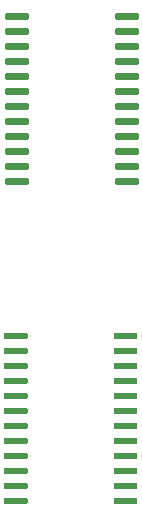
<source format=gbr>
G04 #@! TF.GenerationSoftware,KiCad,Pcbnew,(5.1.5)-3*
G04 #@! TF.CreationDate,2020-08-25T02:26:37-03:00*
G04 #@! TF.ProjectId,Gate_Driver_V2,47617465-5f44-4726-9976-65725f56322e,rev?*
G04 #@! TF.SameCoordinates,Original*
G04 #@! TF.FileFunction,Paste,Top*
G04 #@! TF.FilePolarity,Positive*
%FSLAX46Y46*%
G04 Gerber Fmt 4.6, Leading zero omitted, Abs format (unit mm)*
G04 Created by KiCad (PCBNEW (5.1.5)-3) date 2020-08-25 02:26:37*
%MOMM*%
%LPD*%
G04 APERTURE LIST*
%ADD10C,0.100000*%
G04 APERTURE END LIST*
D10*
G36*
X94251977Y-78155662D02*
G01*
X94265325Y-78157642D01*
X94278414Y-78160921D01*
X94291119Y-78165467D01*
X94303317Y-78171236D01*
X94314891Y-78178173D01*
X94325729Y-78186211D01*
X94335727Y-78195273D01*
X94344789Y-78205271D01*
X94352827Y-78216109D01*
X94359764Y-78227683D01*
X94365533Y-78239881D01*
X94370079Y-78252586D01*
X94373358Y-78265675D01*
X94375338Y-78279023D01*
X94376000Y-78292500D01*
X94376000Y-78567500D01*
X94375338Y-78580977D01*
X94373358Y-78594325D01*
X94370079Y-78607414D01*
X94365533Y-78620119D01*
X94359764Y-78632317D01*
X94352827Y-78643891D01*
X94344789Y-78654729D01*
X94335727Y-78664727D01*
X94325729Y-78673789D01*
X94314891Y-78681827D01*
X94303317Y-78688764D01*
X94291119Y-78694533D01*
X94278414Y-78699079D01*
X94265325Y-78702358D01*
X94251977Y-78704338D01*
X94238500Y-78705000D01*
X92513500Y-78705000D01*
X92500023Y-78704338D01*
X92486675Y-78702358D01*
X92473586Y-78699079D01*
X92460881Y-78694533D01*
X92448683Y-78688764D01*
X92437109Y-78681827D01*
X92426271Y-78673789D01*
X92416273Y-78664727D01*
X92407211Y-78654729D01*
X92399173Y-78643891D01*
X92392236Y-78632317D01*
X92386467Y-78620119D01*
X92381921Y-78607414D01*
X92378642Y-78594325D01*
X92376662Y-78580977D01*
X92376000Y-78567500D01*
X92376000Y-78292500D01*
X92376662Y-78279023D01*
X92378642Y-78265675D01*
X92381921Y-78252586D01*
X92386467Y-78239881D01*
X92392236Y-78227683D01*
X92399173Y-78216109D01*
X92407211Y-78205271D01*
X92416273Y-78195273D01*
X92426271Y-78186211D01*
X92437109Y-78178173D01*
X92448683Y-78171236D01*
X92460881Y-78165467D01*
X92473586Y-78160921D01*
X92486675Y-78157642D01*
X92500023Y-78155662D01*
X92513500Y-78155000D01*
X94238500Y-78155000D01*
X94251977Y-78155662D01*
G37*
G36*
X94251977Y-79425662D02*
G01*
X94265325Y-79427642D01*
X94278414Y-79430921D01*
X94291119Y-79435467D01*
X94303317Y-79441236D01*
X94314891Y-79448173D01*
X94325729Y-79456211D01*
X94335727Y-79465273D01*
X94344789Y-79475271D01*
X94352827Y-79486109D01*
X94359764Y-79497683D01*
X94365533Y-79509881D01*
X94370079Y-79522586D01*
X94373358Y-79535675D01*
X94375338Y-79549023D01*
X94376000Y-79562500D01*
X94376000Y-79837500D01*
X94375338Y-79850977D01*
X94373358Y-79864325D01*
X94370079Y-79877414D01*
X94365533Y-79890119D01*
X94359764Y-79902317D01*
X94352827Y-79913891D01*
X94344789Y-79924729D01*
X94335727Y-79934727D01*
X94325729Y-79943789D01*
X94314891Y-79951827D01*
X94303317Y-79958764D01*
X94291119Y-79964533D01*
X94278414Y-79969079D01*
X94265325Y-79972358D01*
X94251977Y-79974338D01*
X94238500Y-79975000D01*
X92513500Y-79975000D01*
X92500023Y-79974338D01*
X92486675Y-79972358D01*
X92473586Y-79969079D01*
X92460881Y-79964533D01*
X92448683Y-79958764D01*
X92437109Y-79951827D01*
X92426271Y-79943789D01*
X92416273Y-79934727D01*
X92407211Y-79924729D01*
X92399173Y-79913891D01*
X92392236Y-79902317D01*
X92386467Y-79890119D01*
X92381921Y-79877414D01*
X92378642Y-79864325D01*
X92376662Y-79850977D01*
X92376000Y-79837500D01*
X92376000Y-79562500D01*
X92376662Y-79549023D01*
X92378642Y-79535675D01*
X92381921Y-79522586D01*
X92386467Y-79509881D01*
X92392236Y-79497683D01*
X92399173Y-79486109D01*
X92407211Y-79475271D01*
X92416273Y-79465273D01*
X92426271Y-79456211D01*
X92437109Y-79448173D01*
X92448683Y-79441236D01*
X92460881Y-79435467D01*
X92473586Y-79430921D01*
X92486675Y-79427642D01*
X92500023Y-79425662D01*
X92513500Y-79425000D01*
X94238500Y-79425000D01*
X94251977Y-79425662D01*
G37*
G36*
X94251977Y-80695662D02*
G01*
X94265325Y-80697642D01*
X94278414Y-80700921D01*
X94291119Y-80705467D01*
X94303317Y-80711236D01*
X94314891Y-80718173D01*
X94325729Y-80726211D01*
X94335727Y-80735273D01*
X94344789Y-80745271D01*
X94352827Y-80756109D01*
X94359764Y-80767683D01*
X94365533Y-80779881D01*
X94370079Y-80792586D01*
X94373358Y-80805675D01*
X94375338Y-80819023D01*
X94376000Y-80832500D01*
X94376000Y-81107500D01*
X94375338Y-81120977D01*
X94373358Y-81134325D01*
X94370079Y-81147414D01*
X94365533Y-81160119D01*
X94359764Y-81172317D01*
X94352827Y-81183891D01*
X94344789Y-81194729D01*
X94335727Y-81204727D01*
X94325729Y-81213789D01*
X94314891Y-81221827D01*
X94303317Y-81228764D01*
X94291119Y-81234533D01*
X94278414Y-81239079D01*
X94265325Y-81242358D01*
X94251977Y-81244338D01*
X94238500Y-81245000D01*
X92513500Y-81245000D01*
X92500023Y-81244338D01*
X92486675Y-81242358D01*
X92473586Y-81239079D01*
X92460881Y-81234533D01*
X92448683Y-81228764D01*
X92437109Y-81221827D01*
X92426271Y-81213789D01*
X92416273Y-81204727D01*
X92407211Y-81194729D01*
X92399173Y-81183891D01*
X92392236Y-81172317D01*
X92386467Y-81160119D01*
X92381921Y-81147414D01*
X92378642Y-81134325D01*
X92376662Y-81120977D01*
X92376000Y-81107500D01*
X92376000Y-80832500D01*
X92376662Y-80819023D01*
X92378642Y-80805675D01*
X92381921Y-80792586D01*
X92386467Y-80779881D01*
X92392236Y-80767683D01*
X92399173Y-80756109D01*
X92407211Y-80745271D01*
X92416273Y-80735273D01*
X92426271Y-80726211D01*
X92437109Y-80718173D01*
X92448683Y-80711236D01*
X92460881Y-80705467D01*
X92473586Y-80700921D01*
X92486675Y-80697642D01*
X92500023Y-80695662D01*
X92513500Y-80695000D01*
X94238500Y-80695000D01*
X94251977Y-80695662D01*
G37*
G36*
X94251977Y-81965662D02*
G01*
X94265325Y-81967642D01*
X94278414Y-81970921D01*
X94291119Y-81975467D01*
X94303317Y-81981236D01*
X94314891Y-81988173D01*
X94325729Y-81996211D01*
X94335727Y-82005273D01*
X94344789Y-82015271D01*
X94352827Y-82026109D01*
X94359764Y-82037683D01*
X94365533Y-82049881D01*
X94370079Y-82062586D01*
X94373358Y-82075675D01*
X94375338Y-82089023D01*
X94376000Y-82102500D01*
X94376000Y-82377500D01*
X94375338Y-82390977D01*
X94373358Y-82404325D01*
X94370079Y-82417414D01*
X94365533Y-82430119D01*
X94359764Y-82442317D01*
X94352827Y-82453891D01*
X94344789Y-82464729D01*
X94335727Y-82474727D01*
X94325729Y-82483789D01*
X94314891Y-82491827D01*
X94303317Y-82498764D01*
X94291119Y-82504533D01*
X94278414Y-82509079D01*
X94265325Y-82512358D01*
X94251977Y-82514338D01*
X94238500Y-82515000D01*
X92513500Y-82515000D01*
X92500023Y-82514338D01*
X92486675Y-82512358D01*
X92473586Y-82509079D01*
X92460881Y-82504533D01*
X92448683Y-82498764D01*
X92437109Y-82491827D01*
X92426271Y-82483789D01*
X92416273Y-82474727D01*
X92407211Y-82464729D01*
X92399173Y-82453891D01*
X92392236Y-82442317D01*
X92386467Y-82430119D01*
X92381921Y-82417414D01*
X92378642Y-82404325D01*
X92376662Y-82390977D01*
X92376000Y-82377500D01*
X92376000Y-82102500D01*
X92376662Y-82089023D01*
X92378642Y-82075675D01*
X92381921Y-82062586D01*
X92386467Y-82049881D01*
X92392236Y-82037683D01*
X92399173Y-82026109D01*
X92407211Y-82015271D01*
X92416273Y-82005273D01*
X92426271Y-81996211D01*
X92437109Y-81988173D01*
X92448683Y-81981236D01*
X92460881Y-81975467D01*
X92473586Y-81970921D01*
X92486675Y-81967642D01*
X92500023Y-81965662D01*
X92513500Y-81965000D01*
X94238500Y-81965000D01*
X94251977Y-81965662D01*
G37*
G36*
X94251977Y-83235662D02*
G01*
X94265325Y-83237642D01*
X94278414Y-83240921D01*
X94291119Y-83245467D01*
X94303317Y-83251236D01*
X94314891Y-83258173D01*
X94325729Y-83266211D01*
X94335727Y-83275273D01*
X94344789Y-83285271D01*
X94352827Y-83296109D01*
X94359764Y-83307683D01*
X94365533Y-83319881D01*
X94370079Y-83332586D01*
X94373358Y-83345675D01*
X94375338Y-83359023D01*
X94376000Y-83372500D01*
X94376000Y-83647500D01*
X94375338Y-83660977D01*
X94373358Y-83674325D01*
X94370079Y-83687414D01*
X94365533Y-83700119D01*
X94359764Y-83712317D01*
X94352827Y-83723891D01*
X94344789Y-83734729D01*
X94335727Y-83744727D01*
X94325729Y-83753789D01*
X94314891Y-83761827D01*
X94303317Y-83768764D01*
X94291119Y-83774533D01*
X94278414Y-83779079D01*
X94265325Y-83782358D01*
X94251977Y-83784338D01*
X94238500Y-83785000D01*
X92513500Y-83785000D01*
X92500023Y-83784338D01*
X92486675Y-83782358D01*
X92473586Y-83779079D01*
X92460881Y-83774533D01*
X92448683Y-83768764D01*
X92437109Y-83761827D01*
X92426271Y-83753789D01*
X92416273Y-83744727D01*
X92407211Y-83734729D01*
X92399173Y-83723891D01*
X92392236Y-83712317D01*
X92386467Y-83700119D01*
X92381921Y-83687414D01*
X92378642Y-83674325D01*
X92376662Y-83660977D01*
X92376000Y-83647500D01*
X92376000Y-83372500D01*
X92376662Y-83359023D01*
X92378642Y-83345675D01*
X92381921Y-83332586D01*
X92386467Y-83319881D01*
X92392236Y-83307683D01*
X92399173Y-83296109D01*
X92407211Y-83285271D01*
X92416273Y-83275273D01*
X92426271Y-83266211D01*
X92437109Y-83258173D01*
X92448683Y-83251236D01*
X92460881Y-83245467D01*
X92473586Y-83240921D01*
X92486675Y-83237642D01*
X92500023Y-83235662D01*
X92513500Y-83235000D01*
X94238500Y-83235000D01*
X94251977Y-83235662D01*
G37*
G36*
X94251977Y-84505662D02*
G01*
X94265325Y-84507642D01*
X94278414Y-84510921D01*
X94291119Y-84515467D01*
X94303317Y-84521236D01*
X94314891Y-84528173D01*
X94325729Y-84536211D01*
X94335727Y-84545273D01*
X94344789Y-84555271D01*
X94352827Y-84566109D01*
X94359764Y-84577683D01*
X94365533Y-84589881D01*
X94370079Y-84602586D01*
X94373358Y-84615675D01*
X94375338Y-84629023D01*
X94376000Y-84642500D01*
X94376000Y-84917500D01*
X94375338Y-84930977D01*
X94373358Y-84944325D01*
X94370079Y-84957414D01*
X94365533Y-84970119D01*
X94359764Y-84982317D01*
X94352827Y-84993891D01*
X94344789Y-85004729D01*
X94335727Y-85014727D01*
X94325729Y-85023789D01*
X94314891Y-85031827D01*
X94303317Y-85038764D01*
X94291119Y-85044533D01*
X94278414Y-85049079D01*
X94265325Y-85052358D01*
X94251977Y-85054338D01*
X94238500Y-85055000D01*
X92513500Y-85055000D01*
X92500023Y-85054338D01*
X92486675Y-85052358D01*
X92473586Y-85049079D01*
X92460881Y-85044533D01*
X92448683Y-85038764D01*
X92437109Y-85031827D01*
X92426271Y-85023789D01*
X92416273Y-85014727D01*
X92407211Y-85004729D01*
X92399173Y-84993891D01*
X92392236Y-84982317D01*
X92386467Y-84970119D01*
X92381921Y-84957414D01*
X92378642Y-84944325D01*
X92376662Y-84930977D01*
X92376000Y-84917500D01*
X92376000Y-84642500D01*
X92376662Y-84629023D01*
X92378642Y-84615675D01*
X92381921Y-84602586D01*
X92386467Y-84589881D01*
X92392236Y-84577683D01*
X92399173Y-84566109D01*
X92407211Y-84555271D01*
X92416273Y-84545273D01*
X92426271Y-84536211D01*
X92437109Y-84528173D01*
X92448683Y-84521236D01*
X92460881Y-84515467D01*
X92473586Y-84510921D01*
X92486675Y-84507642D01*
X92500023Y-84505662D01*
X92513500Y-84505000D01*
X94238500Y-84505000D01*
X94251977Y-84505662D01*
G37*
G36*
X94251977Y-85775662D02*
G01*
X94265325Y-85777642D01*
X94278414Y-85780921D01*
X94291119Y-85785467D01*
X94303317Y-85791236D01*
X94314891Y-85798173D01*
X94325729Y-85806211D01*
X94335727Y-85815273D01*
X94344789Y-85825271D01*
X94352827Y-85836109D01*
X94359764Y-85847683D01*
X94365533Y-85859881D01*
X94370079Y-85872586D01*
X94373358Y-85885675D01*
X94375338Y-85899023D01*
X94376000Y-85912500D01*
X94376000Y-86187500D01*
X94375338Y-86200977D01*
X94373358Y-86214325D01*
X94370079Y-86227414D01*
X94365533Y-86240119D01*
X94359764Y-86252317D01*
X94352827Y-86263891D01*
X94344789Y-86274729D01*
X94335727Y-86284727D01*
X94325729Y-86293789D01*
X94314891Y-86301827D01*
X94303317Y-86308764D01*
X94291119Y-86314533D01*
X94278414Y-86319079D01*
X94265325Y-86322358D01*
X94251977Y-86324338D01*
X94238500Y-86325000D01*
X92513500Y-86325000D01*
X92500023Y-86324338D01*
X92486675Y-86322358D01*
X92473586Y-86319079D01*
X92460881Y-86314533D01*
X92448683Y-86308764D01*
X92437109Y-86301827D01*
X92426271Y-86293789D01*
X92416273Y-86284727D01*
X92407211Y-86274729D01*
X92399173Y-86263891D01*
X92392236Y-86252317D01*
X92386467Y-86240119D01*
X92381921Y-86227414D01*
X92378642Y-86214325D01*
X92376662Y-86200977D01*
X92376000Y-86187500D01*
X92376000Y-85912500D01*
X92376662Y-85899023D01*
X92378642Y-85885675D01*
X92381921Y-85872586D01*
X92386467Y-85859881D01*
X92392236Y-85847683D01*
X92399173Y-85836109D01*
X92407211Y-85825271D01*
X92416273Y-85815273D01*
X92426271Y-85806211D01*
X92437109Y-85798173D01*
X92448683Y-85791236D01*
X92460881Y-85785467D01*
X92473586Y-85780921D01*
X92486675Y-85777642D01*
X92500023Y-85775662D01*
X92513500Y-85775000D01*
X94238500Y-85775000D01*
X94251977Y-85775662D01*
G37*
G36*
X94251977Y-87045662D02*
G01*
X94265325Y-87047642D01*
X94278414Y-87050921D01*
X94291119Y-87055467D01*
X94303317Y-87061236D01*
X94314891Y-87068173D01*
X94325729Y-87076211D01*
X94335727Y-87085273D01*
X94344789Y-87095271D01*
X94352827Y-87106109D01*
X94359764Y-87117683D01*
X94365533Y-87129881D01*
X94370079Y-87142586D01*
X94373358Y-87155675D01*
X94375338Y-87169023D01*
X94376000Y-87182500D01*
X94376000Y-87457500D01*
X94375338Y-87470977D01*
X94373358Y-87484325D01*
X94370079Y-87497414D01*
X94365533Y-87510119D01*
X94359764Y-87522317D01*
X94352827Y-87533891D01*
X94344789Y-87544729D01*
X94335727Y-87554727D01*
X94325729Y-87563789D01*
X94314891Y-87571827D01*
X94303317Y-87578764D01*
X94291119Y-87584533D01*
X94278414Y-87589079D01*
X94265325Y-87592358D01*
X94251977Y-87594338D01*
X94238500Y-87595000D01*
X92513500Y-87595000D01*
X92500023Y-87594338D01*
X92486675Y-87592358D01*
X92473586Y-87589079D01*
X92460881Y-87584533D01*
X92448683Y-87578764D01*
X92437109Y-87571827D01*
X92426271Y-87563789D01*
X92416273Y-87554727D01*
X92407211Y-87544729D01*
X92399173Y-87533891D01*
X92392236Y-87522317D01*
X92386467Y-87510119D01*
X92381921Y-87497414D01*
X92378642Y-87484325D01*
X92376662Y-87470977D01*
X92376000Y-87457500D01*
X92376000Y-87182500D01*
X92376662Y-87169023D01*
X92378642Y-87155675D01*
X92381921Y-87142586D01*
X92386467Y-87129881D01*
X92392236Y-87117683D01*
X92399173Y-87106109D01*
X92407211Y-87095271D01*
X92416273Y-87085273D01*
X92426271Y-87076211D01*
X92437109Y-87068173D01*
X92448683Y-87061236D01*
X92460881Y-87055467D01*
X92473586Y-87050921D01*
X92486675Y-87047642D01*
X92500023Y-87045662D01*
X92513500Y-87045000D01*
X94238500Y-87045000D01*
X94251977Y-87045662D01*
G37*
G36*
X94251977Y-88315662D02*
G01*
X94265325Y-88317642D01*
X94278414Y-88320921D01*
X94291119Y-88325467D01*
X94303317Y-88331236D01*
X94314891Y-88338173D01*
X94325729Y-88346211D01*
X94335727Y-88355273D01*
X94344789Y-88365271D01*
X94352827Y-88376109D01*
X94359764Y-88387683D01*
X94365533Y-88399881D01*
X94370079Y-88412586D01*
X94373358Y-88425675D01*
X94375338Y-88439023D01*
X94376000Y-88452500D01*
X94376000Y-88727500D01*
X94375338Y-88740977D01*
X94373358Y-88754325D01*
X94370079Y-88767414D01*
X94365533Y-88780119D01*
X94359764Y-88792317D01*
X94352827Y-88803891D01*
X94344789Y-88814729D01*
X94335727Y-88824727D01*
X94325729Y-88833789D01*
X94314891Y-88841827D01*
X94303317Y-88848764D01*
X94291119Y-88854533D01*
X94278414Y-88859079D01*
X94265325Y-88862358D01*
X94251977Y-88864338D01*
X94238500Y-88865000D01*
X92513500Y-88865000D01*
X92500023Y-88864338D01*
X92486675Y-88862358D01*
X92473586Y-88859079D01*
X92460881Y-88854533D01*
X92448683Y-88848764D01*
X92437109Y-88841827D01*
X92426271Y-88833789D01*
X92416273Y-88824727D01*
X92407211Y-88814729D01*
X92399173Y-88803891D01*
X92392236Y-88792317D01*
X92386467Y-88780119D01*
X92381921Y-88767414D01*
X92378642Y-88754325D01*
X92376662Y-88740977D01*
X92376000Y-88727500D01*
X92376000Y-88452500D01*
X92376662Y-88439023D01*
X92378642Y-88425675D01*
X92381921Y-88412586D01*
X92386467Y-88399881D01*
X92392236Y-88387683D01*
X92399173Y-88376109D01*
X92407211Y-88365271D01*
X92416273Y-88355273D01*
X92426271Y-88346211D01*
X92437109Y-88338173D01*
X92448683Y-88331236D01*
X92460881Y-88325467D01*
X92473586Y-88320921D01*
X92486675Y-88317642D01*
X92500023Y-88315662D01*
X92513500Y-88315000D01*
X94238500Y-88315000D01*
X94251977Y-88315662D01*
G37*
G36*
X94251977Y-89585662D02*
G01*
X94265325Y-89587642D01*
X94278414Y-89590921D01*
X94291119Y-89595467D01*
X94303317Y-89601236D01*
X94314891Y-89608173D01*
X94325729Y-89616211D01*
X94335727Y-89625273D01*
X94344789Y-89635271D01*
X94352827Y-89646109D01*
X94359764Y-89657683D01*
X94365533Y-89669881D01*
X94370079Y-89682586D01*
X94373358Y-89695675D01*
X94375338Y-89709023D01*
X94376000Y-89722500D01*
X94376000Y-89997500D01*
X94375338Y-90010977D01*
X94373358Y-90024325D01*
X94370079Y-90037414D01*
X94365533Y-90050119D01*
X94359764Y-90062317D01*
X94352827Y-90073891D01*
X94344789Y-90084729D01*
X94335727Y-90094727D01*
X94325729Y-90103789D01*
X94314891Y-90111827D01*
X94303317Y-90118764D01*
X94291119Y-90124533D01*
X94278414Y-90129079D01*
X94265325Y-90132358D01*
X94251977Y-90134338D01*
X94238500Y-90135000D01*
X92513500Y-90135000D01*
X92500023Y-90134338D01*
X92486675Y-90132358D01*
X92473586Y-90129079D01*
X92460881Y-90124533D01*
X92448683Y-90118764D01*
X92437109Y-90111827D01*
X92426271Y-90103789D01*
X92416273Y-90094727D01*
X92407211Y-90084729D01*
X92399173Y-90073891D01*
X92392236Y-90062317D01*
X92386467Y-90050119D01*
X92381921Y-90037414D01*
X92378642Y-90024325D01*
X92376662Y-90010977D01*
X92376000Y-89997500D01*
X92376000Y-89722500D01*
X92376662Y-89709023D01*
X92378642Y-89695675D01*
X92381921Y-89682586D01*
X92386467Y-89669881D01*
X92392236Y-89657683D01*
X92399173Y-89646109D01*
X92407211Y-89635271D01*
X92416273Y-89625273D01*
X92426271Y-89616211D01*
X92437109Y-89608173D01*
X92448683Y-89601236D01*
X92460881Y-89595467D01*
X92473586Y-89590921D01*
X92486675Y-89587642D01*
X92500023Y-89585662D01*
X92513500Y-89585000D01*
X94238500Y-89585000D01*
X94251977Y-89585662D01*
G37*
G36*
X94251977Y-90855662D02*
G01*
X94265325Y-90857642D01*
X94278414Y-90860921D01*
X94291119Y-90865467D01*
X94303317Y-90871236D01*
X94314891Y-90878173D01*
X94325729Y-90886211D01*
X94335727Y-90895273D01*
X94344789Y-90905271D01*
X94352827Y-90916109D01*
X94359764Y-90927683D01*
X94365533Y-90939881D01*
X94370079Y-90952586D01*
X94373358Y-90965675D01*
X94375338Y-90979023D01*
X94376000Y-90992500D01*
X94376000Y-91267500D01*
X94375338Y-91280977D01*
X94373358Y-91294325D01*
X94370079Y-91307414D01*
X94365533Y-91320119D01*
X94359764Y-91332317D01*
X94352827Y-91343891D01*
X94344789Y-91354729D01*
X94335727Y-91364727D01*
X94325729Y-91373789D01*
X94314891Y-91381827D01*
X94303317Y-91388764D01*
X94291119Y-91394533D01*
X94278414Y-91399079D01*
X94265325Y-91402358D01*
X94251977Y-91404338D01*
X94238500Y-91405000D01*
X92513500Y-91405000D01*
X92500023Y-91404338D01*
X92486675Y-91402358D01*
X92473586Y-91399079D01*
X92460881Y-91394533D01*
X92448683Y-91388764D01*
X92437109Y-91381827D01*
X92426271Y-91373789D01*
X92416273Y-91364727D01*
X92407211Y-91354729D01*
X92399173Y-91343891D01*
X92392236Y-91332317D01*
X92386467Y-91320119D01*
X92381921Y-91307414D01*
X92378642Y-91294325D01*
X92376662Y-91280977D01*
X92376000Y-91267500D01*
X92376000Y-90992500D01*
X92376662Y-90979023D01*
X92378642Y-90965675D01*
X92381921Y-90952586D01*
X92386467Y-90939881D01*
X92392236Y-90927683D01*
X92399173Y-90916109D01*
X92407211Y-90905271D01*
X92416273Y-90895273D01*
X92426271Y-90886211D01*
X92437109Y-90878173D01*
X92448683Y-90871236D01*
X92460881Y-90865467D01*
X92473586Y-90860921D01*
X92486675Y-90857642D01*
X92500023Y-90855662D01*
X92513500Y-90855000D01*
X94238500Y-90855000D01*
X94251977Y-90855662D01*
G37*
G36*
X94251977Y-92125662D02*
G01*
X94265325Y-92127642D01*
X94278414Y-92130921D01*
X94291119Y-92135467D01*
X94303317Y-92141236D01*
X94314891Y-92148173D01*
X94325729Y-92156211D01*
X94335727Y-92165273D01*
X94344789Y-92175271D01*
X94352827Y-92186109D01*
X94359764Y-92197683D01*
X94365533Y-92209881D01*
X94370079Y-92222586D01*
X94373358Y-92235675D01*
X94375338Y-92249023D01*
X94376000Y-92262500D01*
X94376000Y-92537500D01*
X94375338Y-92550977D01*
X94373358Y-92564325D01*
X94370079Y-92577414D01*
X94365533Y-92590119D01*
X94359764Y-92602317D01*
X94352827Y-92613891D01*
X94344789Y-92624729D01*
X94335727Y-92634727D01*
X94325729Y-92643789D01*
X94314891Y-92651827D01*
X94303317Y-92658764D01*
X94291119Y-92664533D01*
X94278414Y-92669079D01*
X94265325Y-92672358D01*
X94251977Y-92674338D01*
X94238500Y-92675000D01*
X92513500Y-92675000D01*
X92500023Y-92674338D01*
X92486675Y-92672358D01*
X92473586Y-92669079D01*
X92460881Y-92664533D01*
X92448683Y-92658764D01*
X92437109Y-92651827D01*
X92426271Y-92643789D01*
X92416273Y-92634727D01*
X92407211Y-92624729D01*
X92399173Y-92613891D01*
X92392236Y-92602317D01*
X92386467Y-92590119D01*
X92381921Y-92577414D01*
X92378642Y-92564325D01*
X92376662Y-92550977D01*
X92376000Y-92537500D01*
X92376000Y-92262500D01*
X92376662Y-92249023D01*
X92378642Y-92235675D01*
X92381921Y-92222586D01*
X92386467Y-92209881D01*
X92392236Y-92197683D01*
X92399173Y-92186109D01*
X92407211Y-92175271D01*
X92416273Y-92165273D01*
X92426271Y-92156211D01*
X92437109Y-92148173D01*
X92448683Y-92141236D01*
X92460881Y-92135467D01*
X92473586Y-92130921D01*
X92486675Y-92127642D01*
X92500023Y-92125662D01*
X92513500Y-92125000D01*
X94238500Y-92125000D01*
X94251977Y-92125662D01*
G37*
G36*
X84951977Y-92125662D02*
G01*
X84965325Y-92127642D01*
X84978414Y-92130921D01*
X84991119Y-92135467D01*
X85003317Y-92141236D01*
X85014891Y-92148173D01*
X85025729Y-92156211D01*
X85035727Y-92165273D01*
X85044789Y-92175271D01*
X85052827Y-92186109D01*
X85059764Y-92197683D01*
X85065533Y-92209881D01*
X85070079Y-92222586D01*
X85073358Y-92235675D01*
X85075338Y-92249023D01*
X85076000Y-92262500D01*
X85076000Y-92537500D01*
X85075338Y-92550977D01*
X85073358Y-92564325D01*
X85070079Y-92577414D01*
X85065533Y-92590119D01*
X85059764Y-92602317D01*
X85052827Y-92613891D01*
X85044789Y-92624729D01*
X85035727Y-92634727D01*
X85025729Y-92643789D01*
X85014891Y-92651827D01*
X85003317Y-92658764D01*
X84991119Y-92664533D01*
X84978414Y-92669079D01*
X84965325Y-92672358D01*
X84951977Y-92674338D01*
X84938500Y-92675000D01*
X83213500Y-92675000D01*
X83200023Y-92674338D01*
X83186675Y-92672358D01*
X83173586Y-92669079D01*
X83160881Y-92664533D01*
X83148683Y-92658764D01*
X83137109Y-92651827D01*
X83126271Y-92643789D01*
X83116273Y-92634727D01*
X83107211Y-92624729D01*
X83099173Y-92613891D01*
X83092236Y-92602317D01*
X83086467Y-92590119D01*
X83081921Y-92577414D01*
X83078642Y-92564325D01*
X83076662Y-92550977D01*
X83076000Y-92537500D01*
X83076000Y-92262500D01*
X83076662Y-92249023D01*
X83078642Y-92235675D01*
X83081921Y-92222586D01*
X83086467Y-92209881D01*
X83092236Y-92197683D01*
X83099173Y-92186109D01*
X83107211Y-92175271D01*
X83116273Y-92165273D01*
X83126271Y-92156211D01*
X83137109Y-92148173D01*
X83148683Y-92141236D01*
X83160881Y-92135467D01*
X83173586Y-92130921D01*
X83186675Y-92127642D01*
X83200023Y-92125662D01*
X83213500Y-92125000D01*
X84938500Y-92125000D01*
X84951977Y-92125662D01*
G37*
G36*
X84951977Y-90855662D02*
G01*
X84965325Y-90857642D01*
X84978414Y-90860921D01*
X84991119Y-90865467D01*
X85003317Y-90871236D01*
X85014891Y-90878173D01*
X85025729Y-90886211D01*
X85035727Y-90895273D01*
X85044789Y-90905271D01*
X85052827Y-90916109D01*
X85059764Y-90927683D01*
X85065533Y-90939881D01*
X85070079Y-90952586D01*
X85073358Y-90965675D01*
X85075338Y-90979023D01*
X85076000Y-90992500D01*
X85076000Y-91267500D01*
X85075338Y-91280977D01*
X85073358Y-91294325D01*
X85070079Y-91307414D01*
X85065533Y-91320119D01*
X85059764Y-91332317D01*
X85052827Y-91343891D01*
X85044789Y-91354729D01*
X85035727Y-91364727D01*
X85025729Y-91373789D01*
X85014891Y-91381827D01*
X85003317Y-91388764D01*
X84991119Y-91394533D01*
X84978414Y-91399079D01*
X84965325Y-91402358D01*
X84951977Y-91404338D01*
X84938500Y-91405000D01*
X83213500Y-91405000D01*
X83200023Y-91404338D01*
X83186675Y-91402358D01*
X83173586Y-91399079D01*
X83160881Y-91394533D01*
X83148683Y-91388764D01*
X83137109Y-91381827D01*
X83126271Y-91373789D01*
X83116273Y-91364727D01*
X83107211Y-91354729D01*
X83099173Y-91343891D01*
X83092236Y-91332317D01*
X83086467Y-91320119D01*
X83081921Y-91307414D01*
X83078642Y-91294325D01*
X83076662Y-91280977D01*
X83076000Y-91267500D01*
X83076000Y-90992500D01*
X83076662Y-90979023D01*
X83078642Y-90965675D01*
X83081921Y-90952586D01*
X83086467Y-90939881D01*
X83092236Y-90927683D01*
X83099173Y-90916109D01*
X83107211Y-90905271D01*
X83116273Y-90895273D01*
X83126271Y-90886211D01*
X83137109Y-90878173D01*
X83148683Y-90871236D01*
X83160881Y-90865467D01*
X83173586Y-90860921D01*
X83186675Y-90857642D01*
X83200023Y-90855662D01*
X83213500Y-90855000D01*
X84938500Y-90855000D01*
X84951977Y-90855662D01*
G37*
G36*
X84951977Y-89585662D02*
G01*
X84965325Y-89587642D01*
X84978414Y-89590921D01*
X84991119Y-89595467D01*
X85003317Y-89601236D01*
X85014891Y-89608173D01*
X85025729Y-89616211D01*
X85035727Y-89625273D01*
X85044789Y-89635271D01*
X85052827Y-89646109D01*
X85059764Y-89657683D01*
X85065533Y-89669881D01*
X85070079Y-89682586D01*
X85073358Y-89695675D01*
X85075338Y-89709023D01*
X85076000Y-89722500D01*
X85076000Y-89997500D01*
X85075338Y-90010977D01*
X85073358Y-90024325D01*
X85070079Y-90037414D01*
X85065533Y-90050119D01*
X85059764Y-90062317D01*
X85052827Y-90073891D01*
X85044789Y-90084729D01*
X85035727Y-90094727D01*
X85025729Y-90103789D01*
X85014891Y-90111827D01*
X85003317Y-90118764D01*
X84991119Y-90124533D01*
X84978414Y-90129079D01*
X84965325Y-90132358D01*
X84951977Y-90134338D01*
X84938500Y-90135000D01*
X83213500Y-90135000D01*
X83200023Y-90134338D01*
X83186675Y-90132358D01*
X83173586Y-90129079D01*
X83160881Y-90124533D01*
X83148683Y-90118764D01*
X83137109Y-90111827D01*
X83126271Y-90103789D01*
X83116273Y-90094727D01*
X83107211Y-90084729D01*
X83099173Y-90073891D01*
X83092236Y-90062317D01*
X83086467Y-90050119D01*
X83081921Y-90037414D01*
X83078642Y-90024325D01*
X83076662Y-90010977D01*
X83076000Y-89997500D01*
X83076000Y-89722500D01*
X83076662Y-89709023D01*
X83078642Y-89695675D01*
X83081921Y-89682586D01*
X83086467Y-89669881D01*
X83092236Y-89657683D01*
X83099173Y-89646109D01*
X83107211Y-89635271D01*
X83116273Y-89625273D01*
X83126271Y-89616211D01*
X83137109Y-89608173D01*
X83148683Y-89601236D01*
X83160881Y-89595467D01*
X83173586Y-89590921D01*
X83186675Y-89587642D01*
X83200023Y-89585662D01*
X83213500Y-89585000D01*
X84938500Y-89585000D01*
X84951977Y-89585662D01*
G37*
G36*
X84951977Y-88315662D02*
G01*
X84965325Y-88317642D01*
X84978414Y-88320921D01*
X84991119Y-88325467D01*
X85003317Y-88331236D01*
X85014891Y-88338173D01*
X85025729Y-88346211D01*
X85035727Y-88355273D01*
X85044789Y-88365271D01*
X85052827Y-88376109D01*
X85059764Y-88387683D01*
X85065533Y-88399881D01*
X85070079Y-88412586D01*
X85073358Y-88425675D01*
X85075338Y-88439023D01*
X85076000Y-88452500D01*
X85076000Y-88727500D01*
X85075338Y-88740977D01*
X85073358Y-88754325D01*
X85070079Y-88767414D01*
X85065533Y-88780119D01*
X85059764Y-88792317D01*
X85052827Y-88803891D01*
X85044789Y-88814729D01*
X85035727Y-88824727D01*
X85025729Y-88833789D01*
X85014891Y-88841827D01*
X85003317Y-88848764D01*
X84991119Y-88854533D01*
X84978414Y-88859079D01*
X84965325Y-88862358D01*
X84951977Y-88864338D01*
X84938500Y-88865000D01*
X83213500Y-88865000D01*
X83200023Y-88864338D01*
X83186675Y-88862358D01*
X83173586Y-88859079D01*
X83160881Y-88854533D01*
X83148683Y-88848764D01*
X83137109Y-88841827D01*
X83126271Y-88833789D01*
X83116273Y-88824727D01*
X83107211Y-88814729D01*
X83099173Y-88803891D01*
X83092236Y-88792317D01*
X83086467Y-88780119D01*
X83081921Y-88767414D01*
X83078642Y-88754325D01*
X83076662Y-88740977D01*
X83076000Y-88727500D01*
X83076000Y-88452500D01*
X83076662Y-88439023D01*
X83078642Y-88425675D01*
X83081921Y-88412586D01*
X83086467Y-88399881D01*
X83092236Y-88387683D01*
X83099173Y-88376109D01*
X83107211Y-88365271D01*
X83116273Y-88355273D01*
X83126271Y-88346211D01*
X83137109Y-88338173D01*
X83148683Y-88331236D01*
X83160881Y-88325467D01*
X83173586Y-88320921D01*
X83186675Y-88317642D01*
X83200023Y-88315662D01*
X83213500Y-88315000D01*
X84938500Y-88315000D01*
X84951977Y-88315662D01*
G37*
G36*
X84951977Y-87045662D02*
G01*
X84965325Y-87047642D01*
X84978414Y-87050921D01*
X84991119Y-87055467D01*
X85003317Y-87061236D01*
X85014891Y-87068173D01*
X85025729Y-87076211D01*
X85035727Y-87085273D01*
X85044789Y-87095271D01*
X85052827Y-87106109D01*
X85059764Y-87117683D01*
X85065533Y-87129881D01*
X85070079Y-87142586D01*
X85073358Y-87155675D01*
X85075338Y-87169023D01*
X85076000Y-87182500D01*
X85076000Y-87457500D01*
X85075338Y-87470977D01*
X85073358Y-87484325D01*
X85070079Y-87497414D01*
X85065533Y-87510119D01*
X85059764Y-87522317D01*
X85052827Y-87533891D01*
X85044789Y-87544729D01*
X85035727Y-87554727D01*
X85025729Y-87563789D01*
X85014891Y-87571827D01*
X85003317Y-87578764D01*
X84991119Y-87584533D01*
X84978414Y-87589079D01*
X84965325Y-87592358D01*
X84951977Y-87594338D01*
X84938500Y-87595000D01*
X83213500Y-87595000D01*
X83200023Y-87594338D01*
X83186675Y-87592358D01*
X83173586Y-87589079D01*
X83160881Y-87584533D01*
X83148683Y-87578764D01*
X83137109Y-87571827D01*
X83126271Y-87563789D01*
X83116273Y-87554727D01*
X83107211Y-87544729D01*
X83099173Y-87533891D01*
X83092236Y-87522317D01*
X83086467Y-87510119D01*
X83081921Y-87497414D01*
X83078642Y-87484325D01*
X83076662Y-87470977D01*
X83076000Y-87457500D01*
X83076000Y-87182500D01*
X83076662Y-87169023D01*
X83078642Y-87155675D01*
X83081921Y-87142586D01*
X83086467Y-87129881D01*
X83092236Y-87117683D01*
X83099173Y-87106109D01*
X83107211Y-87095271D01*
X83116273Y-87085273D01*
X83126271Y-87076211D01*
X83137109Y-87068173D01*
X83148683Y-87061236D01*
X83160881Y-87055467D01*
X83173586Y-87050921D01*
X83186675Y-87047642D01*
X83200023Y-87045662D01*
X83213500Y-87045000D01*
X84938500Y-87045000D01*
X84951977Y-87045662D01*
G37*
G36*
X84951977Y-85775662D02*
G01*
X84965325Y-85777642D01*
X84978414Y-85780921D01*
X84991119Y-85785467D01*
X85003317Y-85791236D01*
X85014891Y-85798173D01*
X85025729Y-85806211D01*
X85035727Y-85815273D01*
X85044789Y-85825271D01*
X85052827Y-85836109D01*
X85059764Y-85847683D01*
X85065533Y-85859881D01*
X85070079Y-85872586D01*
X85073358Y-85885675D01*
X85075338Y-85899023D01*
X85076000Y-85912500D01*
X85076000Y-86187500D01*
X85075338Y-86200977D01*
X85073358Y-86214325D01*
X85070079Y-86227414D01*
X85065533Y-86240119D01*
X85059764Y-86252317D01*
X85052827Y-86263891D01*
X85044789Y-86274729D01*
X85035727Y-86284727D01*
X85025729Y-86293789D01*
X85014891Y-86301827D01*
X85003317Y-86308764D01*
X84991119Y-86314533D01*
X84978414Y-86319079D01*
X84965325Y-86322358D01*
X84951977Y-86324338D01*
X84938500Y-86325000D01*
X83213500Y-86325000D01*
X83200023Y-86324338D01*
X83186675Y-86322358D01*
X83173586Y-86319079D01*
X83160881Y-86314533D01*
X83148683Y-86308764D01*
X83137109Y-86301827D01*
X83126271Y-86293789D01*
X83116273Y-86284727D01*
X83107211Y-86274729D01*
X83099173Y-86263891D01*
X83092236Y-86252317D01*
X83086467Y-86240119D01*
X83081921Y-86227414D01*
X83078642Y-86214325D01*
X83076662Y-86200977D01*
X83076000Y-86187500D01*
X83076000Y-85912500D01*
X83076662Y-85899023D01*
X83078642Y-85885675D01*
X83081921Y-85872586D01*
X83086467Y-85859881D01*
X83092236Y-85847683D01*
X83099173Y-85836109D01*
X83107211Y-85825271D01*
X83116273Y-85815273D01*
X83126271Y-85806211D01*
X83137109Y-85798173D01*
X83148683Y-85791236D01*
X83160881Y-85785467D01*
X83173586Y-85780921D01*
X83186675Y-85777642D01*
X83200023Y-85775662D01*
X83213500Y-85775000D01*
X84938500Y-85775000D01*
X84951977Y-85775662D01*
G37*
G36*
X84951977Y-84505662D02*
G01*
X84965325Y-84507642D01*
X84978414Y-84510921D01*
X84991119Y-84515467D01*
X85003317Y-84521236D01*
X85014891Y-84528173D01*
X85025729Y-84536211D01*
X85035727Y-84545273D01*
X85044789Y-84555271D01*
X85052827Y-84566109D01*
X85059764Y-84577683D01*
X85065533Y-84589881D01*
X85070079Y-84602586D01*
X85073358Y-84615675D01*
X85075338Y-84629023D01*
X85076000Y-84642500D01*
X85076000Y-84917500D01*
X85075338Y-84930977D01*
X85073358Y-84944325D01*
X85070079Y-84957414D01*
X85065533Y-84970119D01*
X85059764Y-84982317D01*
X85052827Y-84993891D01*
X85044789Y-85004729D01*
X85035727Y-85014727D01*
X85025729Y-85023789D01*
X85014891Y-85031827D01*
X85003317Y-85038764D01*
X84991119Y-85044533D01*
X84978414Y-85049079D01*
X84965325Y-85052358D01*
X84951977Y-85054338D01*
X84938500Y-85055000D01*
X83213500Y-85055000D01*
X83200023Y-85054338D01*
X83186675Y-85052358D01*
X83173586Y-85049079D01*
X83160881Y-85044533D01*
X83148683Y-85038764D01*
X83137109Y-85031827D01*
X83126271Y-85023789D01*
X83116273Y-85014727D01*
X83107211Y-85004729D01*
X83099173Y-84993891D01*
X83092236Y-84982317D01*
X83086467Y-84970119D01*
X83081921Y-84957414D01*
X83078642Y-84944325D01*
X83076662Y-84930977D01*
X83076000Y-84917500D01*
X83076000Y-84642500D01*
X83076662Y-84629023D01*
X83078642Y-84615675D01*
X83081921Y-84602586D01*
X83086467Y-84589881D01*
X83092236Y-84577683D01*
X83099173Y-84566109D01*
X83107211Y-84555271D01*
X83116273Y-84545273D01*
X83126271Y-84536211D01*
X83137109Y-84528173D01*
X83148683Y-84521236D01*
X83160881Y-84515467D01*
X83173586Y-84510921D01*
X83186675Y-84507642D01*
X83200023Y-84505662D01*
X83213500Y-84505000D01*
X84938500Y-84505000D01*
X84951977Y-84505662D01*
G37*
G36*
X84951977Y-83235662D02*
G01*
X84965325Y-83237642D01*
X84978414Y-83240921D01*
X84991119Y-83245467D01*
X85003317Y-83251236D01*
X85014891Y-83258173D01*
X85025729Y-83266211D01*
X85035727Y-83275273D01*
X85044789Y-83285271D01*
X85052827Y-83296109D01*
X85059764Y-83307683D01*
X85065533Y-83319881D01*
X85070079Y-83332586D01*
X85073358Y-83345675D01*
X85075338Y-83359023D01*
X85076000Y-83372500D01*
X85076000Y-83647500D01*
X85075338Y-83660977D01*
X85073358Y-83674325D01*
X85070079Y-83687414D01*
X85065533Y-83700119D01*
X85059764Y-83712317D01*
X85052827Y-83723891D01*
X85044789Y-83734729D01*
X85035727Y-83744727D01*
X85025729Y-83753789D01*
X85014891Y-83761827D01*
X85003317Y-83768764D01*
X84991119Y-83774533D01*
X84978414Y-83779079D01*
X84965325Y-83782358D01*
X84951977Y-83784338D01*
X84938500Y-83785000D01*
X83213500Y-83785000D01*
X83200023Y-83784338D01*
X83186675Y-83782358D01*
X83173586Y-83779079D01*
X83160881Y-83774533D01*
X83148683Y-83768764D01*
X83137109Y-83761827D01*
X83126271Y-83753789D01*
X83116273Y-83744727D01*
X83107211Y-83734729D01*
X83099173Y-83723891D01*
X83092236Y-83712317D01*
X83086467Y-83700119D01*
X83081921Y-83687414D01*
X83078642Y-83674325D01*
X83076662Y-83660977D01*
X83076000Y-83647500D01*
X83076000Y-83372500D01*
X83076662Y-83359023D01*
X83078642Y-83345675D01*
X83081921Y-83332586D01*
X83086467Y-83319881D01*
X83092236Y-83307683D01*
X83099173Y-83296109D01*
X83107211Y-83285271D01*
X83116273Y-83275273D01*
X83126271Y-83266211D01*
X83137109Y-83258173D01*
X83148683Y-83251236D01*
X83160881Y-83245467D01*
X83173586Y-83240921D01*
X83186675Y-83237642D01*
X83200023Y-83235662D01*
X83213500Y-83235000D01*
X84938500Y-83235000D01*
X84951977Y-83235662D01*
G37*
G36*
X84951977Y-81965662D02*
G01*
X84965325Y-81967642D01*
X84978414Y-81970921D01*
X84991119Y-81975467D01*
X85003317Y-81981236D01*
X85014891Y-81988173D01*
X85025729Y-81996211D01*
X85035727Y-82005273D01*
X85044789Y-82015271D01*
X85052827Y-82026109D01*
X85059764Y-82037683D01*
X85065533Y-82049881D01*
X85070079Y-82062586D01*
X85073358Y-82075675D01*
X85075338Y-82089023D01*
X85076000Y-82102500D01*
X85076000Y-82377500D01*
X85075338Y-82390977D01*
X85073358Y-82404325D01*
X85070079Y-82417414D01*
X85065533Y-82430119D01*
X85059764Y-82442317D01*
X85052827Y-82453891D01*
X85044789Y-82464729D01*
X85035727Y-82474727D01*
X85025729Y-82483789D01*
X85014891Y-82491827D01*
X85003317Y-82498764D01*
X84991119Y-82504533D01*
X84978414Y-82509079D01*
X84965325Y-82512358D01*
X84951977Y-82514338D01*
X84938500Y-82515000D01*
X83213500Y-82515000D01*
X83200023Y-82514338D01*
X83186675Y-82512358D01*
X83173586Y-82509079D01*
X83160881Y-82504533D01*
X83148683Y-82498764D01*
X83137109Y-82491827D01*
X83126271Y-82483789D01*
X83116273Y-82474727D01*
X83107211Y-82464729D01*
X83099173Y-82453891D01*
X83092236Y-82442317D01*
X83086467Y-82430119D01*
X83081921Y-82417414D01*
X83078642Y-82404325D01*
X83076662Y-82390977D01*
X83076000Y-82377500D01*
X83076000Y-82102500D01*
X83076662Y-82089023D01*
X83078642Y-82075675D01*
X83081921Y-82062586D01*
X83086467Y-82049881D01*
X83092236Y-82037683D01*
X83099173Y-82026109D01*
X83107211Y-82015271D01*
X83116273Y-82005273D01*
X83126271Y-81996211D01*
X83137109Y-81988173D01*
X83148683Y-81981236D01*
X83160881Y-81975467D01*
X83173586Y-81970921D01*
X83186675Y-81967642D01*
X83200023Y-81965662D01*
X83213500Y-81965000D01*
X84938500Y-81965000D01*
X84951977Y-81965662D01*
G37*
G36*
X84951977Y-80695662D02*
G01*
X84965325Y-80697642D01*
X84978414Y-80700921D01*
X84991119Y-80705467D01*
X85003317Y-80711236D01*
X85014891Y-80718173D01*
X85025729Y-80726211D01*
X85035727Y-80735273D01*
X85044789Y-80745271D01*
X85052827Y-80756109D01*
X85059764Y-80767683D01*
X85065533Y-80779881D01*
X85070079Y-80792586D01*
X85073358Y-80805675D01*
X85075338Y-80819023D01*
X85076000Y-80832500D01*
X85076000Y-81107500D01*
X85075338Y-81120977D01*
X85073358Y-81134325D01*
X85070079Y-81147414D01*
X85065533Y-81160119D01*
X85059764Y-81172317D01*
X85052827Y-81183891D01*
X85044789Y-81194729D01*
X85035727Y-81204727D01*
X85025729Y-81213789D01*
X85014891Y-81221827D01*
X85003317Y-81228764D01*
X84991119Y-81234533D01*
X84978414Y-81239079D01*
X84965325Y-81242358D01*
X84951977Y-81244338D01*
X84938500Y-81245000D01*
X83213500Y-81245000D01*
X83200023Y-81244338D01*
X83186675Y-81242358D01*
X83173586Y-81239079D01*
X83160881Y-81234533D01*
X83148683Y-81228764D01*
X83137109Y-81221827D01*
X83126271Y-81213789D01*
X83116273Y-81204727D01*
X83107211Y-81194729D01*
X83099173Y-81183891D01*
X83092236Y-81172317D01*
X83086467Y-81160119D01*
X83081921Y-81147414D01*
X83078642Y-81134325D01*
X83076662Y-81120977D01*
X83076000Y-81107500D01*
X83076000Y-80832500D01*
X83076662Y-80819023D01*
X83078642Y-80805675D01*
X83081921Y-80792586D01*
X83086467Y-80779881D01*
X83092236Y-80767683D01*
X83099173Y-80756109D01*
X83107211Y-80745271D01*
X83116273Y-80735273D01*
X83126271Y-80726211D01*
X83137109Y-80718173D01*
X83148683Y-80711236D01*
X83160881Y-80705467D01*
X83173586Y-80700921D01*
X83186675Y-80697642D01*
X83200023Y-80695662D01*
X83213500Y-80695000D01*
X84938500Y-80695000D01*
X84951977Y-80695662D01*
G37*
G36*
X84951977Y-79425662D02*
G01*
X84965325Y-79427642D01*
X84978414Y-79430921D01*
X84991119Y-79435467D01*
X85003317Y-79441236D01*
X85014891Y-79448173D01*
X85025729Y-79456211D01*
X85035727Y-79465273D01*
X85044789Y-79475271D01*
X85052827Y-79486109D01*
X85059764Y-79497683D01*
X85065533Y-79509881D01*
X85070079Y-79522586D01*
X85073358Y-79535675D01*
X85075338Y-79549023D01*
X85076000Y-79562500D01*
X85076000Y-79837500D01*
X85075338Y-79850977D01*
X85073358Y-79864325D01*
X85070079Y-79877414D01*
X85065533Y-79890119D01*
X85059764Y-79902317D01*
X85052827Y-79913891D01*
X85044789Y-79924729D01*
X85035727Y-79934727D01*
X85025729Y-79943789D01*
X85014891Y-79951827D01*
X85003317Y-79958764D01*
X84991119Y-79964533D01*
X84978414Y-79969079D01*
X84965325Y-79972358D01*
X84951977Y-79974338D01*
X84938500Y-79975000D01*
X83213500Y-79975000D01*
X83200023Y-79974338D01*
X83186675Y-79972358D01*
X83173586Y-79969079D01*
X83160881Y-79964533D01*
X83148683Y-79958764D01*
X83137109Y-79951827D01*
X83126271Y-79943789D01*
X83116273Y-79934727D01*
X83107211Y-79924729D01*
X83099173Y-79913891D01*
X83092236Y-79902317D01*
X83086467Y-79890119D01*
X83081921Y-79877414D01*
X83078642Y-79864325D01*
X83076662Y-79850977D01*
X83076000Y-79837500D01*
X83076000Y-79562500D01*
X83076662Y-79549023D01*
X83078642Y-79535675D01*
X83081921Y-79522586D01*
X83086467Y-79509881D01*
X83092236Y-79497683D01*
X83099173Y-79486109D01*
X83107211Y-79475271D01*
X83116273Y-79465273D01*
X83126271Y-79456211D01*
X83137109Y-79448173D01*
X83148683Y-79441236D01*
X83160881Y-79435467D01*
X83173586Y-79430921D01*
X83186675Y-79427642D01*
X83200023Y-79425662D01*
X83213500Y-79425000D01*
X84938500Y-79425000D01*
X84951977Y-79425662D01*
G37*
G36*
X84951977Y-78155662D02*
G01*
X84965325Y-78157642D01*
X84978414Y-78160921D01*
X84991119Y-78165467D01*
X85003317Y-78171236D01*
X85014891Y-78178173D01*
X85025729Y-78186211D01*
X85035727Y-78195273D01*
X85044789Y-78205271D01*
X85052827Y-78216109D01*
X85059764Y-78227683D01*
X85065533Y-78239881D01*
X85070079Y-78252586D01*
X85073358Y-78265675D01*
X85075338Y-78279023D01*
X85076000Y-78292500D01*
X85076000Y-78567500D01*
X85075338Y-78580977D01*
X85073358Y-78594325D01*
X85070079Y-78607414D01*
X85065533Y-78620119D01*
X85059764Y-78632317D01*
X85052827Y-78643891D01*
X85044789Y-78654729D01*
X85035727Y-78664727D01*
X85025729Y-78673789D01*
X85014891Y-78681827D01*
X85003317Y-78688764D01*
X84991119Y-78694533D01*
X84978414Y-78699079D01*
X84965325Y-78702358D01*
X84951977Y-78704338D01*
X84938500Y-78705000D01*
X83213500Y-78705000D01*
X83200023Y-78704338D01*
X83186675Y-78702358D01*
X83173586Y-78699079D01*
X83160881Y-78694533D01*
X83148683Y-78688764D01*
X83137109Y-78681827D01*
X83126271Y-78673789D01*
X83116273Y-78664727D01*
X83107211Y-78654729D01*
X83099173Y-78643891D01*
X83092236Y-78632317D01*
X83086467Y-78620119D01*
X83081921Y-78607414D01*
X83078642Y-78594325D01*
X83076662Y-78580977D01*
X83076000Y-78567500D01*
X83076000Y-78292500D01*
X83076662Y-78279023D01*
X83078642Y-78265675D01*
X83081921Y-78252586D01*
X83086467Y-78239881D01*
X83092236Y-78227683D01*
X83099173Y-78216109D01*
X83107211Y-78205271D01*
X83116273Y-78195273D01*
X83126271Y-78186211D01*
X83137109Y-78178173D01*
X83148683Y-78171236D01*
X83160881Y-78165467D01*
X83173586Y-78160921D01*
X83186675Y-78157642D01*
X83200023Y-78155662D01*
X83213500Y-78155000D01*
X84938500Y-78155000D01*
X84951977Y-78155662D01*
G37*
G36*
X94351977Y-51106662D02*
G01*
X94365325Y-51108642D01*
X94378414Y-51111921D01*
X94391119Y-51116467D01*
X94403317Y-51122236D01*
X94414891Y-51129173D01*
X94425729Y-51137211D01*
X94435727Y-51146273D01*
X94444789Y-51156271D01*
X94452827Y-51167109D01*
X94459764Y-51178683D01*
X94465533Y-51190881D01*
X94470079Y-51203586D01*
X94473358Y-51216675D01*
X94475338Y-51230023D01*
X94476000Y-51243500D01*
X94476000Y-51518500D01*
X94475338Y-51531977D01*
X94473358Y-51545325D01*
X94470079Y-51558414D01*
X94465533Y-51571119D01*
X94459764Y-51583317D01*
X94452827Y-51594891D01*
X94444789Y-51605729D01*
X94435727Y-51615727D01*
X94425729Y-51624789D01*
X94414891Y-51632827D01*
X94403317Y-51639764D01*
X94391119Y-51645533D01*
X94378414Y-51650079D01*
X94365325Y-51653358D01*
X94351977Y-51655338D01*
X94338500Y-51656000D01*
X92613500Y-51656000D01*
X92600023Y-51655338D01*
X92586675Y-51653358D01*
X92573586Y-51650079D01*
X92560881Y-51645533D01*
X92548683Y-51639764D01*
X92537109Y-51632827D01*
X92526271Y-51624789D01*
X92516273Y-51615727D01*
X92507211Y-51605729D01*
X92499173Y-51594891D01*
X92492236Y-51583317D01*
X92486467Y-51571119D01*
X92481921Y-51558414D01*
X92478642Y-51545325D01*
X92476662Y-51531977D01*
X92476000Y-51518500D01*
X92476000Y-51243500D01*
X92476662Y-51230023D01*
X92478642Y-51216675D01*
X92481921Y-51203586D01*
X92486467Y-51190881D01*
X92492236Y-51178683D01*
X92499173Y-51167109D01*
X92507211Y-51156271D01*
X92516273Y-51146273D01*
X92526271Y-51137211D01*
X92537109Y-51129173D01*
X92548683Y-51122236D01*
X92560881Y-51116467D01*
X92573586Y-51111921D01*
X92586675Y-51108642D01*
X92600023Y-51106662D01*
X92613500Y-51106000D01*
X94338500Y-51106000D01*
X94351977Y-51106662D01*
G37*
G36*
X94351977Y-52376662D02*
G01*
X94365325Y-52378642D01*
X94378414Y-52381921D01*
X94391119Y-52386467D01*
X94403317Y-52392236D01*
X94414891Y-52399173D01*
X94425729Y-52407211D01*
X94435727Y-52416273D01*
X94444789Y-52426271D01*
X94452827Y-52437109D01*
X94459764Y-52448683D01*
X94465533Y-52460881D01*
X94470079Y-52473586D01*
X94473358Y-52486675D01*
X94475338Y-52500023D01*
X94476000Y-52513500D01*
X94476000Y-52788500D01*
X94475338Y-52801977D01*
X94473358Y-52815325D01*
X94470079Y-52828414D01*
X94465533Y-52841119D01*
X94459764Y-52853317D01*
X94452827Y-52864891D01*
X94444789Y-52875729D01*
X94435727Y-52885727D01*
X94425729Y-52894789D01*
X94414891Y-52902827D01*
X94403317Y-52909764D01*
X94391119Y-52915533D01*
X94378414Y-52920079D01*
X94365325Y-52923358D01*
X94351977Y-52925338D01*
X94338500Y-52926000D01*
X92613500Y-52926000D01*
X92600023Y-52925338D01*
X92586675Y-52923358D01*
X92573586Y-52920079D01*
X92560881Y-52915533D01*
X92548683Y-52909764D01*
X92537109Y-52902827D01*
X92526271Y-52894789D01*
X92516273Y-52885727D01*
X92507211Y-52875729D01*
X92499173Y-52864891D01*
X92492236Y-52853317D01*
X92486467Y-52841119D01*
X92481921Y-52828414D01*
X92478642Y-52815325D01*
X92476662Y-52801977D01*
X92476000Y-52788500D01*
X92476000Y-52513500D01*
X92476662Y-52500023D01*
X92478642Y-52486675D01*
X92481921Y-52473586D01*
X92486467Y-52460881D01*
X92492236Y-52448683D01*
X92499173Y-52437109D01*
X92507211Y-52426271D01*
X92516273Y-52416273D01*
X92526271Y-52407211D01*
X92537109Y-52399173D01*
X92548683Y-52392236D01*
X92560881Y-52386467D01*
X92573586Y-52381921D01*
X92586675Y-52378642D01*
X92600023Y-52376662D01*
X92613500Y-52376000D01*
X94338500Y-52376000D01*
X94351977Y-52376662D01*
G37*
G36*
X94351977Y-53646662D02*
G01*
X94365325Y-53648642D01*
X94378414Y-53651921D01*
X94391119Y-53656467D01*
X94403317Y-53662236D01*
X94414891Y-53669173D01*
X94425729Y-53677211D01*
X94435727Y-53686273D01*
X94444789Y-53696271D01*
X94452827Y-53707109D01*
X94459764Y-53718683D01*
X94465533Y-53730881D01*
X94470079Y-53743586D01*
X94473358Y-53756675D01*
X94475338Y-53770023D01*
X94476000Y-53783500D01*
X94476000Y-54058500D01*
X94475338Y-54071977D01*
X94473358Y-54085325D01*
X94470079Y-54098414D01*
X94465533Y-54111119D01*
X94459764Y-54123317D01*
X94452827Y-54134891D01*
X94444789Y-54145729D01*
X94435727Y-54155727D01*
X94425729Y-54164789D01*
X94414891Y-54172827D01*
X94403317Y-54179764D01*
X94391119Y-54185533D01*
X94378414Y-54190079D01*
X94365325Y-54193358D01*
X94351977Y-54195338D01*
X94338500Y-54196000D01*
X92613500Y-54196000D01*
X92600023Y-54195338D01*
X92586675Y-54193358D01*
X92573586Y-54190079D01*
X92560881Y-54185533D01*
X92548683Y-54179764D01*
X92537109Y-54172827D01*
X92526271Y-54164789D01*
X92516273Y-54155727D01*
X92507211Y-54145729D01*
X92499173Y-54134891D01*
X92492236Y-54123317D01*
X92486467Y-54111119D01*
X92481921Y-54098414D01*
X92478642Y-54085325D01*
X92476662Y-54071977D01*
X92476000Y-54058500D01*
X92476000Y-53783500D01*
X92476662Y-53770023D01*
X92478642Y-53756675D01*
X92481921Y-53743586D01*
X92486467Y-53730881D01*
X92492236Y-53718683D01*
X92499173Y-53707109D01*
X92507211Y-53696271D01*
X92516273Y-53686273D01*
X92526271Y-53677211D01*
X92537109Y-53669173D01*
X92548683Y-53662236D01*
X92560881Y-53656467D01*
X92573586Y-53651921D01*
X92586675Y-53648642D01*
X92600023Y-53646662D01*
X92613500Y-53646000D01*
X94338500Y-53646000D01*
X94351977Y-53646662D01*
G37*
G36*
X94351977Y-54916662D02*
G01*
X94365325Y-54918642D01*
X94378414Y-54921921D01*
X94391119Y-54926467D01*
X94403317Y-54932236D01*
X94414891Y-54939173D01*
X94425729Y-54947211D01*
X94435727Y-54956273D01*
X94444789Y-54966271D01*
X94452827Y-54977109D01*
X94459764Y-54988683D01*
X94465533Y-55000881D01*
X94470079Y-55013586D01*
X94473358Y-55026675D01*
X94475338Y-55040023D01*
X94476000Y-55053500D01*
X94476000Y-55328500D01*
X94475338Y-55341977D01*
X94473358Y-55355325D01*
X94470079Y-55368414D01*
X94465533Y-55381119D01*
X94459764Y-55393317D01*
X94452827Y-55404891D01*
X94444789Y-55415729D01*
X94435727Y-55425727D01*
X94425729Y-55434789D01*
X94414891Y-55442827D01*
X94403317Y-55449764D01*
X94391119Y-55455533D01*
X94378414Y-55460079D01*
X94365325Y-55463358D01*
X94351977Y-55465338D01*
X94338500Y-55466000D01*
X92613500Y-55466000D01*
X92600023Y-55465338D01*
X92586675Y-55463358D01*
X92573586Y-55460079D01*
X92560881Y-55455533D01*
X92548683Y-55449764D01*
X92537109Y-55442827D01*
X92526271Y-55434789D01*
X92516273Y-55425727D01*
X92507211Y-55415729D01*
X92499173Y-55404891D01*
X92492236Y-55393317D01*
X92486467Y-55381119D01*
X92481921Y-55368414D01*
X92478642Y-55355325D01*
X92476662Y-55341977D01*
X92476000Y-55328500D01*
X92476000Y-55053500D01*
X92476662Y-55040023D01*
X92478642Y-55026675D01*
X92481921Y-55013586D01*
X92486467Y-55000881D01*
X92492236Y-54988683D01*
X92499173Y-54977109D01*
X92507211Y-54966271D01*
X92516273Y-54956273D01*
X92526271Y-54947211D01*
X92537109Y-54939173D01*
X92548683Y-54932236D01*
X92560881Y-54926467D01*
X92573586Y-54921921D01*
X92586675Y-54918642D01*
X92600023Y-54916662D01*
X92613500Y-54916000D01*
X94338500Y-54916000D01*
X94351977Y-54916662D01*
G37*
G36*
X94351977Y-56186662D02*
G01*
X94365325Y-56188642D01*
X94378414Y-56191921D01*
X94391119Y-56196467D01*
X94403317Y-56202236D01*
X94414891Y-56209173D01*
X94425729Y-56217211D01*
X94435727Y-56226273D01*
X94444789Y-56236271D01*
X94452827Y-56247109D01*
X94459764Y-56258683D01*
X94465533Y-56270881D01*
X94470079Y-56283586D01*
X94473358Y-56296675D01*
X94475338Y-56310023D01*
X94476000Y-56323500D01*
X94476000Y-56598500D01*
X94475338Y-56611977D01*
X94473358Y-56625325D01*
X94470079Y-56638414D01*
X94465533Y-56651119D01*
X94459764Y-56663317D01*
X94452827Y-56674891D01*
X94444789Y-56685729D01*
X94435727Y-56695727D01*
X94425729Y-56704789D01*
X94414891Y-56712827D01*
X94403317Y-56719764D01*
X94391119Y-56725533D01*
X94378414Y-56730079D01*
X94365325Y-56733358D01*
X94351977Y-56735338D01*
X94338500Y-56736000D01*
X92613500Y-56736000D01*
X92600023Y-56735338D01*
X92586675Y-56733358D01*
X92573586Y-56730079D01*
X92560881Y-56725533D01*
X92548683Y-56719764D01*
X92537109Y-56712827D01*
X92526271Y-56704789D01*
X92516273Y-56695727D01*
X92507211Y-56685729D01*
X92499173Y-56674891D01*
X92492236Y-56663317D01*
X92486467Y-56651119D01*
X92481921Y-56638414D01*
X92478642Y-56625325D01*
X92476662Y-56611977D01*
X92476000Y-56598500D01*
X92476000Y-56323500D01*
X92476662Y-56310023D01*
X92478642Y-56296675D01*
X92481921Y-56283586D01*
X92486467Y-56270881D01*
X92492236Y-56258683D01*
X92499173Y-56247109D01*
X92507211Y-56236271D01*
X92516273Y-56226273D01*
X92526271Y-56217211D01*
X92537109Y-56209173D01*
X92548683Y-56202236D01*
X92560881Y-56196467D01*
X92573586Y-56191921D01*
X92586675Y-56188642D01*
X92600023Y-56186662D01*
X92613500Y-56186000D01*
X94338500Y-56186000D01*
X94351977Y-56186662D01*
G37*
G36*
X94351977Y-57456662D02*
G01*
X94365325Y-57458642D01*
X94378414Y-57461921D01*
X94391119Y-57466467D01*
X94403317Y-57472236D01*
X94414891Y-57479173D01*
X94425729Y-57487211D01*
X94435727Y-57496273D01*
X94444789Y-57506271D01*
X94452827Y-57517109D01*
X94459764Y-57528683D01*
X94465533Y-57540881D01*
X94470079Y-57553586D01*
X94473358Y-57566675D01*
X94475338Y-57580023D01*
X94476000Y-57593500D01*
X94476000Y-57868500D01*
X94475338Y-57881977D01*
X94473358Y-57895325D01*
X94470079Y-57908414D01*
X94465533Y-57921119D01*
X94459764Y-57933317D01*
X94452827Y-57944891D01*
X94444789Y-57955729D01*
X94435727Y-57965727D01*
X94425729Y-57974789D01*
X94414891Y-57982827D01*
X94403317Y-57989764D01*
X94391119Y-57995533D01*
X94378414Y-58000079D01*
X94365325Y-58003358D01*
X94351977Y-58005338D01*
X94338500Y-58006000D01*
X92613500Y-58006000D01*
X92600023Y-58005338D01*
X92586675Y-58003358D01*
X92573586Y-58000079D01*
X92560881Y-57995533D01*
X92548683Y-57989764D01*
X92537109Y-57982827D01*
X92526271Y-57974789D01*
X92516273Y-57965727D01*
X92507211Y-57955729D01*
X92499173Y-57944891D01*
X92492236Y-57933317D01*
X92486467Y-57921119D01*
X92481921Y-57908414D01*
X92478642Y-57895325D01*
X92476662Y-57881977D01*
X92476000Y-57868500D01*
X92476000Y-57593500D01*
X92476662Y-57580023D01*
X92478642Y-57566675D01*
X92481921Y-57553586D01*
X92486467Y-57540881D01*
X92492236Y-57528683D01*
X92499173Y-57517109D01*
X92507211Y-57506271D01*
X92516273Y-57496273D01*
X92526271Y-57487211D01*
X92537109Y-57479173D01*
X92548683Y-57472236D01*
X92560881Y-57466467D01*
X92573586Y-57461921D01*
X92586675Y-57458642D01*
X92600023Y-57456662D01*
X92613500Y-57456000D01*
X94338500Y-57456000D01*
X94351977Y-57456662D01*
G37*
G36*
X94351977Y-58726662D02*
G01*
X94365325Y-58728642D01*
X94378414Y-58731921D01*
X94391119Y-58736467D01*
X94403317Y-58742236D01*
X94414891Y-58749173D01*
X94425729Y-58757211D01*
X94435727Y-58766273D01*
X94444789Y-58776271D01*
X94452827Y-58787109D01*
X94459764Y-58798683D01*
X94465533Y-58810881D01*
X94470079Y-58823586D01*
X94473358Y-58836675D01*
X94475338Y-58850023D01*
X94476000Y-58863500D01*
X94476000Y-59138500D01*
X94475338Y-59151977D01*
X94473358Y-59165325D01*
X94470079Y-59178414D01*
X94465533Y-59191119D01*
X94459764Y-59203317D01*
X94452827Y-59214891D01*
X94444789Y-59225729D01*
X94435727Y-59235727D01*
X94425729Y-59244789D01*
X94414891Y-59252827D01*
X94403317Y-59259764D01*
X94391119Y-59265533D01*
X94378414Y-59270079D01*
X94365325Y-59273358D01*
X94351977Y-59275338D01*
X94338500Y-59276000D01*
X92613500Y-59276000D01*
X92600023Y-59275338D01*
X92586675Y-59273358D01*
X92573586Y-59270079D01*
X92560881Y-59265533D01*
X92548683Y-59259764D01*
X92537109Y-59252827D01*
X92526271Y-59244789D01*
X92516273Y-59235727D01*
X92507211Y-59225729D01*
X92499173Y-59214891D01*
X92492236Y-59203317D01*
X92486467Y-59191119D01*
X92481921Y-59178414D01*
X92478642Y-59165325D01*
X92476662Y-59151977D01*
X92476000Y-59138500D01*
X92476000Y-58863500D01*
X92476662Y-58850023D01*
X92478642Y-58836675D01*
X92481921Y-58823586D01*
X92486467Y-58810881D01*
X92492236Y-58798683D01*
X92499173Y-58787109D01*
X92507211Y-58776271D01*
X92516273Y-58766273D01*
X92526271Y-58757211D01*
X92537109Y-58749173D01*
X92548683Y-58742236D01*
X92560881Y-58736467D01*
X92573586Y-58731921D01*
X92586675Y-58728642D01*
X92600023Y-58726662D01*
X92613500Y-58726000D01*
X94338500Y-58726000D01*
X94351977Y-58726662D01*
G37*
G36*
X94351977Y-59996662D02*
G01*
X94365325Y-59998642D01*
X94378414Y-60001921D01*
X94391119Y-60006467D01*
X94403317Y-60012236D01*
X94414891Y-60019173D01*
X94425729Y-60027211D01*
X94435727Y-60036273D01*
X94444789Y-60046271D01*
X94452827Y-60057109D01*
X94459764Y-60068683D01*
X94465533Y-60080881D01*
X94470079Y-60093586D01*
X94473358Y-60106675D01*
X94475338Y-60120023D01*
X94476000Y-60133500D01*
X94476000Y-60408500D01*
X94475338Y-60421977D01*
X94473358Y-60435325D01*
X94470079Y-60448414D01*
X94465533Y-60461119D01*
X94459764Y-60473317D01*
X94452827Y-60484891D01*
X94444789Y-60495729D01*
X94435727Y-60505727D01*
X94425729Y-60514789D01*
X94414891Y-60522827D01*
X94403317Y-60529764D01*
X94391119Y-60535533D01*
X94378414Y-60540079D01*
X94365325Y-60543358D01*
X94351977Y-60545338D01*
X94338500Y-60546000D01*
X92613500Y-60546000D01*
X92600023Y-60545338D01*
X92586675Y-60543358D01*
X92573586Y-60540079D01*
X92560881Y-60535533D01*
X92548683Y-60529764D01*
X92537109Y-60522827D01*
X92526271Y-60514789D01*
X92516273Y-60505727D01*
X92507211Y-60495729D01*
X92499173Y-60484891D01*
X92492236Y-60473317D01*
X92486467Y-60461119D01*
X92481921Y-60448414D01*
X92478642Y-60435325D01*
X92476662Y-60421977D01*
X92476000Y-60408500D01*
X92476000Y-60133500D01*
X92476662Y-60120023D01*
X92478642Y-60106675D01*
X92481921Y-60093586D01*
X92486467Y-60080881D01*
X92492236Y-60068683D01*
X92499173Y-60057109D01*
X92507211Y-60046271D01*
X92516273Y-60036273D01*
X92526271Y-60027211D01*
X92537109Y-60019173D01*
X92548683Y-60012236D01*
X92560881Y-60006467D01*
X92573586Y-60001921D01*
X92586675Y-59998642D01*
X92600023Y-59996662D01*
X92613500Y-59996000D01*
X94338500Y-59996000D01*
X94351977Y-59996662D01*
G37*
G36*
X94351977Y-61266662D02*
G01*
X94365325Y-61268642D01*
X94378414Y-61271921D01*
X94391119Y-61276467D01*
X94403317Y-61282236D01*
X94414891Y-61289173D01*
X94425729Y-61297211D01*
X94435727Y-61306273D01*
X94444789Y-61316271D01*
X94452827Y-61327109D01*
X94459764Y-61338683D01*
X94465533Y-61350881D01*
X94470079Y-61363586D01*
X94473358Y-61376675D01*
X94475338Y-61390023D01*
X94476000Y-61403500D01*
X94476000Y-61678500D01*
X94475338Y-61691977D01*
X94473358Y-61705325D01*
X94470079Y-61718414D01*
X94465533Y-61731119D01*
X94459764Y-61743317D01*
X94452827Y-61754891D01*
X94444789Y-61765729D01*
X94435727Y-61775727D01*
X94425729Y-61784789D01*
X94414891Y-61792827D01*
X94403317Y-61799764D01*
X94391119Y-61805533D01*
X94378414Y-61810079D01*
X94365325Y-61813358D01*
X94351977Y-61815338D01*
X94338500Y-61816000D01*
X92613500Y-61816000D01*
X92600023Y-61815338D01*
X92586675Y-61813358D01*
X92573586Y-61810079D01*
X92560881Y-61805533D01*
X92548683Y-61799764D01*
X92537109Y-61792827D01*
X92526271Y-61784789D01*
X92516273Y-61775727D01*
X92507211Y-61765729D01*
X92499173Y-61754891D01*
X92492236Y-61743317D01*
X92486467Y-61731119D01*
X92481921Y-61718414D01*
X92478642Y-61705325D01*
X92476662Y-61691977D01*
X92476000Y-61678500D01*
X92476000Y-61403500D01*
X92476662Y-61390023D01*
X92478642Y-61376675D01*
X92481921Y-61363586D01*
X92486467Y-61350881D01*
X92492236Y-61338683D01*
X92499173Y-61327109D01*
X92507211Y-61316271D01*
X92516273Y-61306273D01*
X92526271Y-61297211D01*
X92537109Y-61289173D01*
X92548683Y-61282236D01*
X92560881Y-61276467D01*
X92573586Y-61271921D01*
X92586675Y-61268642D01*
X92600023Y-61266662D01*
X92613500Y-61266000D01*
X94338500Y-61266000D01*
X94351977Y-61266662D01*
G37*
G36*
X94351977Y-62536662D02*
G01*
X94365325Y-62538642D01*
X94378414Y-62541921D01*
X94391119Y-62546467D01*
X94403317Y-62552236D01*
X94414891Y-62559173D01*
X94425729Y-62567211D01*
X94435727Y-62576273D01*
X94444789Y-62586271D01*
X94452827Y-62597109D01*
X94459764Y-62608683D01*
X94465533Y-62620881D01*
X94470079Y-62633586D01*
X94473358Y-62646675D01*
X94475338Y-62660023D01*
X94476000Y-62673500D01*
X94476000Y-62948500D01*
X94475338Y-62961977D01*
X94473358Y-62975325D01*
X94470079Y-62988414D01*
X94465533Y-63001119D01*
X94459764Y-63013317D01*
X94452827Y-63024891D01*
X94444789Y-63035729D01*
X94435727Y-63045727D01*
X94425729Y-63054789D01*
X94414891Y-63062827D01*
X94403317Y-63069764D01*
X94391119Y-63075533D01*
X94378414Y-63080079D01*
X94365325Y-63083358D01*
X94351977Y-63085338D01*
X94338500Y-63086000D01*
X92613500Y-63086000D01*
X92600023Y-63085338D01*
X92586675Y-63083358D01*
X92573586Y-63080079D01*
X92560881Y-63075533D01*
X92548683Y-63069764D01*
X92537109Y-63062827D01*
X92526271Y-63054789D01*
X92516273Y-63045727D01*
X92507211Y-63035729D01*
X92499173Y-63024891D01*
X92492236Y-63013317D01*
X92486467Y-63001119D01*
X92481921Y-62988414D01*
X92478642Y-62975325D01*
X92476662Y-62961977D01*
X92476000Y-62948500D01*
X92476000Y-62673500D01*
X92476662Y-62660023D01*
X92478642Y-62646675D01*
X92481921Y-62633586D01*
X92486467Y-62620881D01*
X92492236Y-62608683D01*
X92499173Y-62597109D01*
X92507211Y-62586271D01*
X92516273Y-62576273D01*
X92526271Y-62567211D01*
X92537109Y-62559173D01*
X92548683Y-62552236D01*
X92560881Y-62546467D01*
X92573586Y-62541921D01*
X92586675Y-62538642D01*
X92600023Y-62536662D01*
X92613500Y-62536000D01*
X94338500Y-62536000D01*
X94351977Y-62536662D01*
G37*
G36*
X94351977Y-63806662D02*
G01*
X94365325Y-63808642D01*
X94378414Y-63811921D01*
X94391119Y-63816467D01*
X94403317Y-63822236D01*
X94414891Y-63829173D01*
X94425729Y-63837211D01*
X94435727Y-63846273D01*
X94444789Y-63856271D01*
X94452827Y-63867109D01*
X94459764Y-63878683D01*
X94465533Y-63890881D01*
X94470079Y-63903586D01*
X94473358Y-63916675D01*
X94475338Y-63930023D01*
X94476000Y-63943500D01*
X94476000Y-64218500D01*
X94475338Y-64231977D01*
X94473358Y-64245325D01*
X94470079Y-64258414D01*
X94465533Y-64271119D01*
X94459764Y-64283317D01*
X94452827Y-64294891D01*
X94444789Y-64305729D01*
X94435727Y-64315727D01*
X94425729Y-64324789D01*
X94414891Y-64332827D01*
X94403317Y-64339764D01*
X94391119Y-64345533D01*
X94378414Y-64350079D01*
X94365325Y-64353358D01*
X94351977Y-64355338D01*
X94338500Y-64356000D01*
X92613500Y-64356000D01*
X92600023Y-64355338D01*
X92586675Y-64353358D01*
X92573586Y-64350079D01*
X92560881Y-64345533D01*
X92548683Y-64339764D01*
X92537109Y-64332827D01*
X92526271Y-64324789D01*
X92516273Y-64315727D01*
X92507211Y-64305729D01*
X92499173Y-64294891D01*
X92492236Y-64283317D01*
X92486467Y-64271119D01*
X92481921Y-64258414D01*
X92478642Y-64245325D01*
X92476662Y-64231977D01*
X92476000Y-64218500D01*
X92476000Y-63943500D01*
X92476662Y-63930023D01*
X92478642Y-63916675D01*
X92481921Y-63903586D01*
X92486467Y-63890881D01*
X92492236Y-63878683D01*
X92499173Y-63867109D01*
X92507211Y-63856271D01*
X92516273Y-63846273D01*
X92526271Y-63837211D01*
X92537109Y-63829173D01*
X92548683Y-63822236D01*
X92560881Y-63816467D01*
X92573586Y-63811921D01*
X92586675Y-63808642D01*
X92600023Y-63806662D01*
X92613500Y-63806000D01*
X94338500Y-63806000D01*
X94351977Y-63806662D01*
G37*
G36*
X94351977Y-65076662D02*
G01*
X94365325Y-65078642D01*
X94378414Y-65081921D01*
X94391119Y-65086467D01*
X94403317Y-65092236D01*
X94414891Y-65099173D01*
X94425729Y-65107211D01*
X94435727Y-65116273D01*
X94444789Y-65126271D01*
X94452827Y-65137109D01*
X94459764Y-65148683D01*
X94465533Y-65160881D01*
X94470079Y-65173586D01*
X94473358Y-65186675D01*
X94475338Y-65200023D01*
X94476000Y-65213500D01*
X94476000Y-65488500D01*
X94475338Y-65501977D01*
X94473358Y-65515325D01*
X94470079Y-65528414D01*
X94465533Y-65541119D01*
X94459764Y-65553317D01*
X94452827Y-65564891D01*
X94444789Y-65575729D01*
X94435727Y-65585727D01*
X94425729Y-65594789D01*
X94414891Y-65602827D01*
X94403317Y-65609764D01*
X94391119Y-65615533D01*
X94378414Y-65620079D01*
X94365325Y-65623358D01*
X94351977Y-65625338D01*
X94338500Y-65626000D01*
X92613500Y-65626000D01*
X92600023Y-65625338D01*
X92586675Y-65623358D01*
X92573586Y-65620079D01*
X92560881Y-65615533D01*
X92548683Y-65609764D01*
X92537109Y-65602827D01*
X92526271Y-65594789D01*
X92516273Y-65585727D01*
X92507211Y-65575729D01*
X92499173Y-65564891D01*
X92492236Y-65553317D01*
X92486467Y-65541119D01*
X92481921Y-65528414D01*
X92478642Y-65515325D01*
X92476662Y-65501977D01*
X92476000Y-65488500D01*
X92476000Y-65213500D01*
X92476662Y-65200023D01*
X92478642Y-65186675D01*
X92481921Y-65173586D01*
X92486467Y-65160881D01*
X92492236Y-65148683D01*
X92499173Y-65137109D01*
X92507211Y-65126271D01*
X92516273Y-65116273D01*
X92526271Y-65107211D01*
X92537109Y-65099173D01*
X92548683Y-65092236D01*
X92560881Y-65086467D01*
X92573586Y-65081921D01*
X92586675Y-65078642D01*
X92600023Y-65076662D01*
X92613500Y-65076000D01*
X94338500Y-65076000D01*
X94351977Y-65076662D01*
G37*
G36*
X85051977Y-65076662D02*
G01*
X85065325Y-65078642D01*
X85078414Y-65081921D01*
X85091119Y-65086467D01*
X85103317Y-65092236D01*
X85114891Y-65099173D01*
X85125729Y-65107211D01*
X85135727Y-65116273D01*
X85144789Y-65126271D01*
X85152827Y-65137109D01*
X85159764Y-65148683D01*
X85165533Y-65160881D01*
X85170079Y-65173586D01*
X85173358Y-65186675D01*
X85175338Y-65200023D01*
X85176000Y-65213500D01*
X85176000Y-65488500D01*
X85175338Y-65501977D01*
X85173358Y-65515325D01*
X85170079Y-65528414D01*
X85165533Y-65541119D01*
X85159764Y-65553317D01*
X85152827Y-65564891D01*
X85144789Y-65575729D01*
X85135727Y-65585727D01*
X85125729Y-65594789D01*
X85114891Y-65602827D01*
X85103317Y-65609764D01*
X85091119Y-65615533D01*
X85078414Y-65620079D01*
X85065325Y-65623358D01*
X85051977Y-65625338D01*
X85038500Y-65626000D01*
X83313500Y-65626000D01*
X83300023Y-65625338D01*
X83286675Y-65623358D01*
X83273586Y-65620079D01*
X83260881Y-65615533D01*
X83248683Y-65609764D01*
X83237109Y-65602827D01*
X83226271Y-65594789D01*
X83216273Y-65585727D01*
X83207211Y-65575729D01*
X83199173Y-65564891D01*
X83192236Y-65553317D01*
X83186467Y-65541119D01*
X83181921Y-65528414D01*
X83178642Y-65515325D01*
X83176662Y-65501977D01*
X83176000Y-65488500D01*
X83176000Y-65213500D01*
X83176662Y-65200023D01*
X83178642Y-65186675D01*
X83181921Y-65173586D01*
X83186467Y-65160881D01*
X83192236Y-65148683D01*
X83199173Y-65137109D01*
X83207211Y-65126271D01*
X83216273Y-65116273D01*
X83226271Y-65107211D01*
X83237109Y-65099173D01*
X83248683Y-65092236D01*
X83260881Y-65086467D01*
X83273586Y-65081921D01*
X83286675Y-65078642D01*
X83300023Y-65076662D01*
X83313500Y-65076000D01*
X85038500Y-65076000D01*
X85051977Y-65076662D01*
G37*
G36*
X85051977Y-63806662D02*
G01*
X85065325Y-63808642D01*
X85078414Y-63811921D01*
X85091119Y-63816467D01*
X85103317Y-63822236D01*
X85114891Y-63829173D01*
X85125729Y-63837211D01*
X85135727Y-63846273D01*
X85144789Y-63856271D01*
X85152827Y-63867109D01*
X85159764Y-63878683D01*
X85165533Y-63890881D01*
X85170079Y-63903586D01*
X85173358Y-63916675D01*
X85175338Y-63930023D01*
X85176000Y-63943500D01*
X85176000Y-64218500D01*
X85175338Y-64231977D01*
X85173358Y-64245325D01*
X85170079Y-64258414D01*
X85165533Y-64271119D01*
X85159764Y-64283317D01*
X85152827Y-64294891D01*
X85144789Y-64305729D01*
X85135727Y-64315727D01*
X85125729Y-64324789D01*
X85114891Y-64332827D01*
X85103317Y-64339764D01*
X85091119Y-64345533D01*
X85078414Y-64350079D01*
X85065325Y-64353358D01*
X85051977Y-64355338D01*
X85038500Y-64356000D01*
X83313500Y-64356000D01*
X83300023Y-64355338D01*
X83286675Y-64353358D01*
X83273586Y-64350079D01*
X83260881Y-64345533D01*
X83248683Y-64339764D01*
X83237109Y-64332827D01*
X83226271Y-64324789D01*
X83216273Y-64315727D01*
X83207211Y-64305729D01*
X83199173Y-64294891D01*
X83192236Y-64283317D01*
X83186467Y-64271119D01*
X83181921Y-64258414D01*
X83178642Y-64245325D01*
X83176662Y-64231977D01*
X83176000Y-64218500D01*
X83176000Y-63943500D01*
X83176662Y-63930023D01*
X83178642Y-63916675D01*
X83181921Y-63903586D01*
X83186467Y-63890881D01*
X83192236Y-63878683D01*
X83199173Y-63867109D01*
X83207211Y-63856271D01*
X83216273Y-63846273D01*
X83226271Y-63837211D01*
X83237109Y-63829173D01*
X83248683Y-63822236D01*
X83260881Y-63816467D01*
X83273586Y-63811921D01*
X83286675Y-63808642D01*
X83300023Y-63806662D01*
X83313500Y-63806000D01*
X85038500Y-63806000D01*
X85051977Y-63806662D01*
G37*
G36*
X85051977Y-62536662D02*
G01*
X85065325Y-62538642D01*
X85078414Y-62541921D01*
X85091119Y-62546467D01*
X85103317Y-62552236D01*
X85114891Y-62559173D01*
X85125729Y-62567211D01*
X85135727Y-62576273D01*
X85144789Y-62586271D01*
X85152827Y-62597109D01*
X85159764Y-62608683D01*
X85165533Y-62620881D01*
X85170079Y-62633586D01*
X85173358Y-62646675D01*
X85175338Y-62660023D01*
X85176000Y-62673500D01*
X85176000Y-62948500D01*
X85175338Y-62961977D01*
X85173358Y-62975325D01*
X85170079Y-62988414D01*
X85165533Y-63001119D01*
X85159764Y-63013317D01*
X85152827Y-63024891D01*
X85144789Y-63035729D01*
X85135727Y-63045727D01*
X85125729Y-63054789D01*
X85114891Y-63062827D01*
X85103317Y-63069764D01*
X85091119Y-63075533D01*
X85078414Y-63080079D01*
X85065325Y-63083358D01*
X85051977Y-63085338D01*
X85038500Y-63086000D01*
X83313500Y-63086000D01*
X83300023Y-63085338D01*
X83286675Y-63083358D01*
X83273586Y-63080079D01*
X83260881Y-63075533D01*
X83248683Y-63069764D01*
X83237109Y-63062827D01*
X83226271Y-63054789D01*
X83216273Y-63045727D01*
X83207211Y-63035729D01*
X83199173Y-63024891D01*
X83192236Y-63013317D01*
X83186467Y-63001119D01*
X83181921Y-62988414D01*
X83178642Y-62975325D01*
X83176662Y-62961977D01*
X83176000Y-62948500D01*
X83176000Y-62673500D01*
X83176662Y-62660023D01*
X83178642Y-62646675D01*
X83181921Y-62633586D01*
X83186467Y-62620881D01*
X83192236Y-62608683D01*
X83199173Y-62597109D01*
X83207211Y-62586271D01*
X83216273Y-62576273D01*
X83226271Y-62567211D01*
X83237109Y-62559173D01*
X83248683Y-62552236D01*
X83260881Y-62546467D01*
X83273586Y-62541921D01*
X83286675Y-62538642D01*
X83300023Y-62536662D01*
X83313500Y-62536000D01*
X85038500Y-62536000D01*
X85051977Y-62536662D01*
G37*
G36*
X85051977Y-61266662D02*
G01*
X85065325Y-61268642D01*
X85078414Y-61271921D01*
X85091119Y-61276467D01*
X85103317Y-61282236D01*
X85114891Y-61289173D01*
X85125729Y-61297211D01*
X85135727Y-61306273D01*
X85144789Y-61316271D01*
X85152827Y-61327109D01*
X85159764Y-61338683D01*
X85165533Y-61350881D01*
X85170079Y-61363586D01*
X85173358Y-61376675D01*
X85175338Y-61390023D01*
X85176000Y-61403500D01*
X85176000Y-61678500D01*
X85175338Y-61691977D01*
X85173358Y-61705325D01*
X85170079Y-61718414D01*
X85165533Y-61731119D01*
X85159764Y-61743317D01*
X85152827Y-61754891D01*
X85144789Y-61765729D01*
X85135727Y-61775727D01*
X85125729Y-61784789D01*
X85114891Y-61792827D01*
X85103317Y-61799764D01*
X85091119Y-61805533D01*
X85078414Y-61810079D01*
X85065325Y-61813358D01*
X85051977Y-61815338D01*
X85038500Y-61816000D01*
X83313500Y-61816000D01*
X83300023Y-61815338D01*
X83286675Y-61813358D01*
X83273586Y-61810079D01*
X83260881Y-61805533D01*
X83248683Y-61799764D01*
X83237109Y-61792827D01*
X83226271Y-61784789D01*
X83216273Y-61775727D01*
X83207211Y-61765729D01*
X83199173Y-61754891D01*
X83192236Y-61743317D01*
X83186467Y-61731119D01*
X83181921Y-61718414D01*
X83178642Y-61705325D01*
X83176662Y-61691977D01*
X83176000Y-61678500D01*
X83176000Y-61403500D01*
X83176662Y-61390023D01*
X83178642Y-61376675D01*
X83181921Y-61363586D01*
X83186467Y-61350881D01*
X83192236Y-61338683D01*
X83199173Y-61327109D01*
X83207211Y-61316271D01*
X83216273Y-61306273D01*
X83226271Y-61297211D01*
X83237109Y-61289173D01*
X83248683Y-61282236D01*
X83260881Y-61276467D01*
X83273586Y-61271921D01*
X83286675Y-61268642D01*
X83300023Y-61266662D01*
X83313500Y-61266000D01*
X85038500Y-61266000D01*
X85051977Y-61266662D01*
G37*
G36*
X85051977Y-59996662D02*
G01*
X85065325Y-59998642D01*
X85078414Y-60001921D01*
X85091119Y-60006467D01*
X85103317Y-60012236D01*
X85114891Y-60019173D01*
X85125729Y-60027211D01*
X85135727Y-60036273D01*
X85144789Y-60046271D01*
X85152827Y-60057109D01*
X85159764Y-60068683D01*
X85165533Y-60080881D01*
X85170079Y-60093586D01*
X85173358Y-60106675D01*
X85175338Y-60120023D01*
X85176000Y-60133500D01*
X85176000Y-60408500D01*
X85175338Y-60421977D01*
X85173358Y-60435325D01*
X85170079Y-60448414D01*
X85165533Y-60461119D01*
X85159764Y-60473317D01*
X85152827Y-60484891D01*
X85144789Y-60495729D01*
X85135727Y-60505727D01*
X85125729Y-60514789D01*
X85114891Y-60522827D01*
X85103317Y-60529764D01*
X85091119Y-60535533D01*
X85078414Y-60540079D01*
X85065325Y-60543358D01*
X85051977Y-60545338D01*
X85038500Y-60546000D01*
X83313500Y-60546000D01*
X83300023Y-60545338D01*
X83286675Y-60543358D01*
X83273586Y-60540079D01*
X83260881Y-60535533D01*
X83248683Y-60529764D01*
X83237109Y-60522827D01*
X83226271Y-60514789D01*
X83216273Y-60505727D01*
X83207211Y-60495729D01*
X83199173Y-60484891D01*
X83192236Y-60473317D01*
X83186467Y-60461119D01*
X83181921Y-60448414D01*
X83178642Y-60435325D01*
X83176662Y-60421977D01*
X83176000Y-60408500D01*
X83176000Y-60133500D01*
X83176662Y-60120023D01*
X83178642Y-60106675D01*
X83181921Y-60093586D01*
X83186467Y-60080881D01*
X83192236Y-60068683D01*
X83199173Y-60057109D01*
X83207211Y-60046271D01*
X83216273Y-60036273D01*
X83226271Y-60027211D01*
X83237109Y-60019173D01*
X83248683Y-60012236D01*
X83260881Y-60006467D01*
X83273586Y-60001921D01*
X83286675Y-59998642D01*
X83300023Y-59996662D01*
X83313500Y-59996000D01*
X85038500Y-59996000D01*
X85051977Y-59996662D01*
G37*
G36*
X85051977Y-58726662D02*
G01*
X85065325Y-58728642D01*
X85078414Y-58731921D01*
X85091119Y-58736467D01*
X85103317Y-58742236D01*
X85114891Y-58749173D01*
X85125729Y-58757211D01*
X85135727Y-58766273D01*
X85144789Y-58776271D01*
X85152827Y-58787109D01*
X85159764Y-58798683D01*
X85165533Y-58810881D01*
X85170079Y-58823586D01*
X85173358Y-58836675D01*
X85175338Y-58850023D01*
X85176000Y-58863500D01*
X85176000Y-59138500D01*
X85175338Y-59151977D01*
X85173358Y-59165325D01*
X85170079Y-59178414D01*
X85165533Y-59191119D01*
X85159764Y-59203317D01*
X85152827Y-59214891D01*
X85144789Y-59225729D01*
X85135727Y-59235727D01*
X85125729Y-59244789D01*
X85114891Y-59252827D01*
X85103317Y-59259764D01*
X85091119Y-59265533D01*
X85078414Y-59270079D01*
X85065325Y-59273358D01*
X85051977Y-59275338D01*
X85038500Y-59276000D01*
X83313500Y-59276000D01*
X83300023Y-59275338D01*
X83286675Y-59273358D01*
X83273586Y-59270079D01*
X83260881Y-59265533D01*
X83248683Y-59259764D01*
X83237109Y-59252827D01*
X83226271Y-59244789D01*
X83216273Y-59235727D01*
X83207211Y-59225729D01*
X83199173Y-59214891D01*
X83192236Y-59203317D01*
X83186467Y-59191119D01*
X83181921Y-59178414D01*
X83178642Y-59165325D01*
X83176662Y-59151977D01*
X83176000Y-59138500D01*
X83176000Y-58863500D01*
X83176662Y-58850023D01*
X83178642Y-58836675D01*
X83181921Y-58823586D01*
X83186467Y-58810881D01*
X83192236Y-58798683D01*
X83199173Y-58787109D01*
X83207211Y-58776271D01*
X83216273Y-58766273D01*
X83226271Y-58757211D01*
X83237109Y-58749173D01*
X83248683Y-58742236D01*
X83260881Y-58736467D01*
X83273586Y-58731921D01*
X83286675Y-58728642D01*
X83300023Y-58726662D01*
X83313500Y-58726000D01*
X85038500Y-58726000D01*
X85051977Y-58726662D01*
G37*
G36*
X85051977Y-57456662D02*
G01*
X85065325Y-57458642D01*
X85078414Y-57461921D01*
X85091119Y-57466467D01*
X85103317Y-57472236D01*
X85114891Y-57479173D01*
X85125729Y-57487211D01*
X85135727Y-57496273D01*
X85144789Y-57506271D01*
X85152827Y-57517109D01*
X85159764Y-57528683D01*
X85165533Y-57540881D01*
X85170079Y-57553586D01*
X85173358Y-57566675D01*
X85175338Y-57580023D01*
X85176000Y-57593500D01*
X85176000Y-57868500D01*
X85175338Y-57881977D01*
X85173358Y-57895325D01*
X85170079Y-57908414D01*
X85165533Y-57921119D01*
X85159764Y-57933317D01*
X85152827Y-57944891D01*
X85144789Y-57955729D01*
X85135727Y-57965727D01*
X85125729Y-57974789D01*
X85114891Y-57982827D01*
X85103317Y-57989764D01*
X85091119Y-57995533D01*
X85078414Y-58000079D01*
X85065325Y-58003358D01*
X85051977Y-58005338D01*
X85038500Y-58006000D01*
X83313500Y-58006000D01*
X83300023Y-58005338D01*
X83286675Y-58003358D01*
X83273586Y-58000079D01*
X83260881Y-57995533D01*
X83248683Y-57989764D01*
X83237109Y-57982827D01*
X83226271Y-57974789D01*
X83216273Y-57965727D01*
X83207211Y-57955729D01*
X83199173Y-57944891D01*
X83192236Y-57933317D01*
X83186467Y-57921119D01*
X83181921Y-57908414D01*
X83178642Y-57895325D01*
X83176662Y-57881977D01*
X83176000Y-57868500D01*
X83176000Y-57593500D01*
X83176662Y-57580023D01*
X83178642Y-57566675D01*
X83181921Y-57553586D01*
X83186467Y-57540881D01*
X83192236Y-57528683D01*
X83199173Y-57517109D01*
X83207211Y-57506271D01*
X83216273Y-57496273D01*
X83226271Y-57487211D01*
X83237109Y-57479173D01*
X83248683Y-57472236D01*
X83260881Y-57466467D01*
X83273586Y-57461921D01*
X83286675Y-57458642D01*
X83300023Y-57456662D01*
X83313500Y-57456000D01*
X85038500Y-57456000D01*
X85051977Y-57456662D01*
G37*
G36*
X85051977Y-56186662D02*
G01*
X85065325Y-56188642D01*
X85078414Y-56191921D01*
X85091119Y-56196467D01*
X85103317Y-56202236D01*
X85114891Y-56209173D01*
X85125729Y-56217211D01*
X85135727Y-56226273D01*
X85144789Y-56236271D01*
X85152827Y-56247109D01*
X85159764Y-56258683D01*
X85165533Y-56270881D01*
X85170079Y-56283586D01*
X85173358Y-56296675D01*
X85175338Y-56310023D01*
X85176000Y-56323500D01*
X85176000Y-56598500D01*
X85175338Y-56611977D01*
X85173358Y-56625325D01*
X85170079Y-56638414D01*
X85165533Y-56651119D01*
X85159764Y-56663317D01*
X85152827Y-56674891D01*
X85144789Y-56685729D01*
X85135727Y-56695727D01*
X85125729Y-56704789D01*
X85114891Y-56712827D01*
X85103317Y-56719764D01*
X85091119Y-56725533D01*
X85078414Y-56730079D01*
X85065325Y-56733358D01*
X85051977Y-56735338D01*
X85038500Y-56736000D01*
X83313500Y-56736000D01*
X83300023Y-56735338D01*
X83286675Y-56733358D01*
X83273586Y-56730079D01*
X83260881Y-56725533D01*
X83248683Y-56719764D01*
X83237109Y-56712827D01*
X83226271Y-56704789D01*
X83216273Y-56695727D01*
X83207211Y-56685729D01*
X83199173Y-56674891D01*
X83192236Y-56663317D01*
X83186467Y-56651119D01*
X83181921Y-56638414D01*
X83178642Y-56625325D01*
X83176662Y-56611977D01*
X83176000Y-56598500D01*
X83176000Y-56323500D01*
X83176662Y-56310023D01*
X83178642Y-56296675D01*
X83181921Y-56283586D01*
X83186467Y-56270881D01*
X83192236Y-56258683D01*
X83199173Y-56247109D01*
X83207211Y-56236271D01*
X83216273Y-56226273D01*
X83226271Y-56217211D01*
X83237109Y-56209173D01*
X83248683Y-56202236D01*
X83260881Y-56196467D01*
X83273586Y-56191921D01*
X83286675Y-56188642D01*
X83300023Y-56186662D01*
X83313500Y-56186000D01*
X85038500Y-56186000D01*
X85051977Y-56186662D01*
G37*
G36*
X85051977Y-54916662D02*
G01*
X85065325Y-54918642D01*
X85078414Y-54921921D01*
X85091119Y-54926467D01*
X85103317Y-54932236D01*
X85114891Y-54939173D01*
X85125729Y-54947211D01*
X85135727Y-54956273D01*
X85144789Y-54966271D01*
X85152827Y-54977109D01*
X85159764Y-54988683D01*
X85165533Y-55000881D01*
X85170079Y-55013586D01*
X85173358Y-55026675D01*
X85175338Y-55040023D01*
X85176000Y-55053500D01*
X85176000Y-55328500D01*
X85175338Y-55341977D01*
X85173358Y-55355325D01*
X85170079Y-55368414D01*
X85165533Y-55381119D01*
X85159764Y-55393317D01*
X85152827Y-55404891D01*
X85144789Y-55415729D01*
X85135727Y-55425727D01*
X85125729Y-55434789D01*
X85114891Y-55442827D01*
X85103317Y-55449764D01*
X85091119Y-55455533D01*
X85078414Y-55460079D01*
X85065325Y-55463358D01*
X85051977Y-55465338D01*
X85038500Y-55466000D01*
X83313500Y-55466000D01*
X83300023Y-55465338D01*
X83286675Y-55463358D01*
X83273586Y-55460079D01*
X83260881Y-55455533D01*
X83248683Y-55449764D01*
X83237109Y-55442827D01*
X83226271Y-55434789D01*
X83216273Y-55425727D01*
X83207211Y-55415729D01*
X83199173Y-55404891D01*
X83192236Y-55393317D01*
X83186467Y-55381119D01*
X83181921Y-55368414D01*
X83178642Y-55355325D01*
X83176662Y-55341977D01*
X83176000Y-55328500D01*
X83176000Y-55053500D01*
X83176662Y-55040023D01*
X83178642Y-55026675D01*
X83181921Y-55013586D01*
X83186467Y-55000881D01*
X83192236Y-54988683D01*
X83199173Y-54977109D01*
X83207211Y-54966271D01*
X83216273Y-54956273D01*
X83226271Y-54947211D01*
X83237109Y-54939173D01*
X83248683Y-54932236D01*
X83260881Y-54926467D01*
X83273586Y-54921921D01*
X83286675Y-54918642D01*
X83300023Y-54916662D01*
X83313500Y-54916000D01*
X85038500Y-54916000D01*
X85051977Y-54916662D01*
G37*
G36*
X85051977Y-53646662D02*
G01*
X85065325Y-53648642D01*
X85078414Y-53651921D01*
X85091119Y-53656467D01*
X85103317Y-53662236D01*
X85114891Y-53669173D01*
X85125729Y-53677211D01*
X85135727Y-53686273D01*
X85144789Y-53696271D01*
X85152827Y-53707109D01*
X85159764Y-53718683D01*
X85165533Y-53730881D01*
X85170079Y-53743586D01*
X85173358Y-53756675D01*
X85175338Y-53770023D01*
X85176000Y-53783500D01*
X85176000Y-54058500D01*
X85175338Y-54071977D01*
X85173358Y-54085325D01*
X85170079Y-54098414D01*
X85165533Y-54111119D01*
X85159764Y-54123317D01*
X85152827Y-54134891D01*
X85144789Y-54145729D01*
X85135727Y-54155727D01*
X85125729Y-54164789D01*
X85114891Y-54172827D01*
X85103317Y-54179764D01*
X85091119Y-54185533D01*
X85078414Y-54190079D01*
X85065325Y-54193358D01*
X85051977Y-54195338D01*
X85038500Y-54196000D01*
X83313500Y-54196000D01*
X83300023Y-54195338D01*
X83286675Y-54193358D01*
X83273586Y-54190079D01*
X83260881Y-54185533D01*
X83248683Y-54179764D01*
X83237109Y-54172827D01*
X83226271Y-54164789D01*
X83216273Y-54155727D01*
X83207211Y-54145729D01*
X83199173Y-54134891D01*
X83192236Y-54123317D01*
X83186467Y-54111119D01*
X83181921Y-54098414D01*
X83178642Y-54085325D01*
X83176662Y-54071977D01*
X83176000Y-54058500D01*
X83176000Y-53783500D01*
X83176662Y-53770023D01*
X83178642Y-53756675D01*
X83181921Y-53743586D01*
X83186467Y-53730881D01*
X83192236Y-53718683D01*
X83199173Y-53707109D01*
X83207211Y-53696271D01*
X83216273Y-53686273D01*
X83226271Y-53677211D01*
X83237109Y-53669173D01*
X83248683Y-53662236D01*
X83260881Y-53656467D01*
X83273586Y-53651921D01*
X83286675Y-53648642D01*
X83300023Y-53646662D01*
X83313500Y-53646000D01*
X85038500Y-53646000D01*
X85051977Y-53646662D01*
G37*
G36*
X85051977Y-52376662D02*
G01*
X85065325Y-52378642D01*
X85078414Y-52381921D01*
X85091119Y-52386467D01*
X85103317Y-52392236D01*
X85114891Y-52399173D01*
X85125729Y-52407211D01*
X85135727Y-52416273D01*
X85144789Y-52426271D01*
X85152827Y-52437109D01*
X85159764Y-52448683D01*
X85165533Y-52460881D01*
X85170079Y-52473586D01*
X85173358Y-52486675D01*
X85175338Y-52500023D01*
X85176000Y-52513500D01*
X85176000Y-52788500D01*
X85175338Y-52801977D01*
X85173358Y-52815325D01*
X85170079Y-52828414D01*
X85165533Y-52841119D01*
X85159764Y-52853317D01*
X85152827Y-52864891D01*
X85144789Y-52875729D01*
X85135727Y-52885727D01*
X85125729Y-52894789D01*
X85114891Y-52902827D01*
X85103317Y-52909764D01*
X85091119Y-52915533D01*
X85078414Y-52920079D01*
X85065325Y-52923358D01*
X85051977Y-52925338D01*
X85038500Y-52926000D01*
X83313500Y-52926000D01*
X83300023Y-52925338D01*
X83286675Y-52923358D01*
X83273586Y-52920079D01*
X83260881Y-52915533D01*
X83248683Y-52909764D01*
X83237109Y-52902827D01*
X83226271Y-52894789D01*
X83216273Y-52885727D01*
X83207211Y-52875729D01*
X83199173Y-52864891D01*
X83192236Y-52853317D01*
X83186467Y-52841119D01*
X83181921Y-52828414D01*
X83178642Y-52815325D01*
X83176662Y-52801977D01*
X83176000Y-52788500D01*
X83176000Y-52513500D01*
X83176662Y-52500023D01*
X83178642Y-52486675D01*
X83181921Y-52473586D01*
X83186467Y-52460881D01*
X83192236Y-52448683D01*
X83199173Y-52437109D01*
X83207211Y-52426271D01*
X83216273Y-52416273D01*
X83226271Y-52407211D01*
X83237109Y-52399173D01*
X83248683Y-52392236D01*
X83260881Y-52386467D01*
X83273586Y-52381921D01*
X83286675Y-52378642D01*
X83300023Y-52376662D01*
X83313500Y-52376000D01*
X85038500Y-52376000D01*
X85051977Y-52376662D01*
G37*
G36*
X85051977Y-51106662D02*
G01*
X85065325Y-51108642D01*
X85078414Y-51111921D01*
X85091119Y-51116467D01*
X85103317Y-51122236D01*
X85114891Y-51129173D01*
X85125729Y-51137211D01*
X85135727Y-51146273D01*
X85144789Y-51156271D01*
X85152827Y-51167109D01*
X85159764Y-51178683D01*
X85165533Y-51190881D01*
X85170079Y-51203586D01*
X85173358Y-51216675D01*
X85175338Y-51230023D01*
X85176000Y-51243500D01*
X85176000Y-51518500D01*
X85175338Y-51531977D01*
X85173358Y-51545325D01*
X85170079Y-51558414D01*
X85165533Y-51571119D01*
X85159764Y-51583317D01*
X85152827Y-51594891D01*
X85144789Y-51605729D01*
X85135727Y-51615727D01*
X85125729Y-51624789D01*
X85114891Y-51632827D01*
X85103317Y-51639764D01*
X85091119Y-51645533D01*
X85078414Y-51650079D01*
X85065325Y-51653358D01*
X85051977Y-51655338D01*
X85038500Y-51656000D01*
X83313500Y-51656000D01*
X83300023Y-51655338D01*
X83286675Y-51653358D01*
X83273586Y-51650079D01*
X83260881Y-51645533D01*
X83248683Y-51639764D01*
X83237109Y-51632827D01*
X83226271Y-51624789D01*
X83216273Y-51615727D01*
X83207211Y-51605729D01*
X83199173Y-51594891D01*
X83192236Y-51583317D01*
X83186467Y-51571119D01*
X83181921Y-51558414D01*
X83178642Y-51545325D01*
X83176662Y-51531977D01*
X83176000Y-51518500D01*
X83176000Y-51243500D01*
X83176662Y-51230023D01*
X83178642Y-51216675D01*
X83181921Y-51203586D01*
X83186467Y-51190881D01*
X83192236Y-51178683D01*
X83199173Y-51167109D01*
X83207211Y-51156271D01*
X83216273Y-51146273D01*
X83226271Y-51137211D01*
X83237109Y-51129173D01*
X83248683Y-51122236D01*
X83260881Y-51116467D01*
X83273586Y-51111921D01*
X83286675Y-51108642D01*
X83300023Y-51106662D01*
X83313500Y-51106000D01*
X85038500Y-51106000D01*
X85051977Y-51106662D01*
G37*
M02*

</source>
